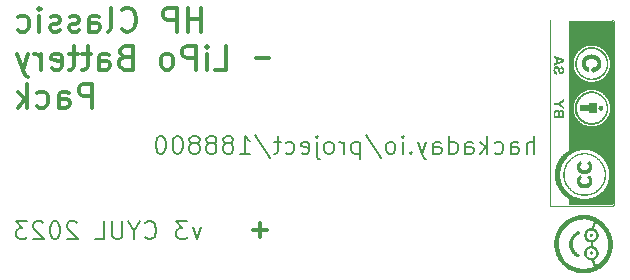
<source format=gbr>
%TF.GenerationSoftware,KiCad,Pcbnew,6.0.10-86aedd382b~118~ubuntu22.04.1*%
%TF.CreationDate,2023-02-04T11:12:36-05:00*%
%TF.ProjectId,HP Classic V3,48502043-6c61-4737-9369-632056332e6b,V3.1*%
%TF.SameCoordinates,Original*%
%TF.FileFunction,Legend,Bot*%
%TF.FilePolarity,Positive*%
%FSLAX46Y46*%
G04 Gerber Fmt 4.6, Leading zero omitted, Abs format (unit mm)*
G04 Created by KiCad (PCBNEW 6.0.10-86aedd382b~118~ubuntu22.04.1) date 2023-02-04 11:12:36*
%MOMM*%
%LPD*%
G01*
G04 APERTURE LIST*
%ADD10C,0.300000*%
%ADD11C,0.000000*%
%ADD12C,0.200000*%
%ADD13C,0.150000*%
G04 APERTURE END LIST*
D10*
X24571428Y30892857D02*
X23428571Y30892857D01*
X24371428Y16342857D02*
X23228571Y16342857D01*
X23800000Y15771428D02*
X23800000Y16914285D01*
D11*
G36*
X51866803Y16043811D02*
G01*
X51873572Y16043310D01*
X51880284Y16042478D01*
X51886928Y16041321D01*
X51893491Y16039842D01*
X51899963Y16038048D01*
X51906333Y16035942D01*
X51912588Y16033529D01*
X51918719Y16030814D01*
X51924713Y16027801D01*
X51930559Y16024496D01*
X51936247Y16020902D01*
X51941764Y16017025D01*
X51947100Y16012868D01*
X51952243Y16008438D01*
X51957182Y16003738D01*
X51961882Y15998799D01*
X51966312Y15993656D01*
X51970468Y15988321D01*
X51974346Y15982803D01*
X51977939Y15977116D01*
X51981245Y15971269D01*
X51984258Y15965275D01*
X51986973Y15959145D01*
X51989386Y15952889D01*
X51991492Y15946520D01*
X51993286Y15940048D01*
X51994765Y15933484D01*
X51995922Y15926841D01*
X51996754Y15920129D01*
X51997255Y15913359D01*
X51997421Y15906544D01*
X51997251Y15899732D01*
X51996746Y15892965D01*
X51995911Y15886255D01*
X51994751Y15879615D01*
X51993270Y15873055D01*
X51991474Y15866586D01*
X51989365Y15860220D01*
X51986951Y15853967D01*
X51984234Y15847840D01*
X51981220Y15841849D01*
X51977913Y15836006D01*
X51974319Y15830322D01*
X51970441Y15824808D01*
X51966284Y15819476D01*
X51961854Y15814336D01*
X51957154Y15809400D01*
X51952216Y15804704D01*
X51947074Y15800276D01*
X51941739Y15796123D01*
X51936223Y15792248D01*
X51930536Y15788657D01*
X51924692Y15785354D01*
X51918699Y15782343D01*
X51912570Y15779630D01*
X51906317Y15777218D01*
X51899949Y15775114D01*
X51893479Y15773321D01*
X51886918Y15771844D01*
X51880277Y15770687D01*
X51873567Y15769856D01*
X51866800Y15769355D01*
X51859987Y15769188D01*
X51852922Y15769367D01*
X51845949Y15769897D01*
X51839078Y15770770D01*
X51832316Y15771978D01*
X51825673Y15773511D01*
X51819157Y15775361D01*
X51812777Y15777520D01*
X51806541Y15779978D01*
X51800458Y15782728D01*
X51794537Y15785761D01*
X51788786Y15789067D01*
X51783214Y15792639D01*
X51777829Y15796467D01*
X51772641Y15800544D01*
X51767657Y15804860D01*
X51762887Y15809406D01*
X51758338Y15814175D01*
X51754021Y15819158D01*
X51749943Y15824346D01*
X51746112Y15829730D01*
X51742539Y15835301D01*
X51739230Y15841052D01*
X51736195Y15846974D01*
X51733443Y15853057D01*
X51730982Y15859293D01*
X51728821Y15865674D01*
X51726968Y15872191D01*
X51725432Y15878836D01*
X51724221Y15885599D01*
X51723345Y15892472D01*
X51722812Y15899447D01*
X51722630Y15906515D01*
X51722797Y15913333D01*
X51723298Y15920105D01*
X51724130Y15926819D01*
X51725286Y15933463D01*
X51726763Y15940027D01*
X51728556Y15946499D01*
X51730661Y15952868D01*
X51733072Y15959124D01*
X51735785Y15965254D01*
X51738796Y15971247D01*
X51742099Y15977092D01*
X51745690Y15982779D01*
X51749565Y15988295D01*
X51753718Y15993630D01*
X51758146Y15998772D01*
X51762843Y16003711D01*
X51767779Y16008410D01*
X51772918Y16012841D01*
X51778251Y16016997D01*
X51783765Y16020875D01*
X51789449Y16024469D01*
X51795292Y16027776D01*
X51801283Y16030790D01*
X51807410Y16033507D01*
X51813662Y16035921D01*
X51820028Y16038030D01*
X51826497Y16039826D01*
X51833058Y16041307D01*
X51839698Y16042468D01*
X51846407Y16043303D01*
X51853174Y16043808D01*
X51859987Y16043978D01*
X51866803Y16043811D01*
G37*
G36*
X51870147Y25252519D02*
G01*
X51797046Y25254367D01*
X51724905Y25259854D01*
X51653812Y25268888D01*
X51583858Y25281382D01*
X51515131Y25297246D01*
X51447720Y25316391D01*
X51381716Y25338727D01*
X51317207Y25364165D01*
X51254282Y25392616D01*
X51193031Y25423990D01*
X51133543Y25458199D01*
X51075907Y25495153D01*
X51020212Y25534762D01*
X50966548Y25576938D01*
X50915004Y25621592D01*
X50865670Y25668633D01*
X50818634Y25717973D01*
X50773985Y25769523D01*
X50731814Y25823193D01*
X50692209Y25878894D01*
X50655259Y25936536D01*
X50621054Y25996031D01*
X50589683Y26057289D01*
X50561235Y26120221D01*
X50535800Y26184737D01*
X50513467Y26250749D01*
X50494324Y26318167D01*
X50478462Y26386902D01*
X50465970Y26456864D01*
X50456936Y26527965D01*
X50451450Y26600114D01*
X50449602Y26673224D01*
X50449608Y26673447D01*
X50647521Y26673447D01*
X50648974Y26609680D01*
X50653332Y26547024D01*
X50660594Y26485479D01*
X50670763Y26425044D01*
X50683837Y26365719D01*
X50699817Y26307506D01*
X50718703Y26250403D01*
X50740496Y26194411D01*
X50765194Y26139530D01*
X50792800Y26085760D01*
X50823312Y26033102D01*
X50856731Y25981555D01*
X50893058Y25931119D01*
X50932292Y25881795D01*
X50974433Y25833583D01*
X51019483Y25786482D01*
X51066513Y25741358D01*
X51114623Y25699149D01*
X51163811Y25659852D01*
X51214078Y25623470D01*
X51265423Y25589999D01*
X51317849Y25559442D01*
X51371353Y25531796D01*
X51425936Y25507062D01*
X51481599Y25485239D01*
X51538342Y25466328D01*
X51596164Y25450327D01*
X51655066Y25437235D01*
X51715047Y25427054D01*
X51776108Y25419782D01*
X51838250Y25415420D01*
X51901471Y25413965D01*
X51964711Y25415435D01*
X52026933Y25419845D01*
X52088136Y25427195D01*
X52148320Y25437484D01*
X52207487Y25450714D01*
X52265634Y25466883D01*
X52322764Y25485992D01*
X52378875Y25508041D01*
X52433967Y25533030D01*
X52488041Y25560959D01*
X52541097Y25591827D01*
X52593134Y25625636D01*
X52644152Y25662384D01*
X52694152Y25702072D01*
X52743134Y25744701D01*
X52791097Y25790269D01*
X52835681Y25836023D01*
X52877388Y25883038D01*
X52916219Y25931314D01*
X52952174Y25980849D01*
X52985252Y26031644D01*
X53015453Y26083698D01*
X53042779Y26137012D01*
X53067228Y26191584D01*
X53088801Y26247415D01*
X53107497Y26304504D01*
X53123317Y26362851D01*
X53136261Y26422456D01*
X53146328Y26483318D01*
X53153519Y26545438D01*
X53157833Y26608814D01*
X53159271Y26673447D01*
X53157833Y26738117D01*
X53153519Y26801556D01*
X53146328Y26863764D01*
X53136261Y26924742D01*
X53123317Y26984489D01*
X53107497Y27043005D01*
X53088801Y27100291D01*
X53067228Y27156345D01*
X53042779Y27211170D01*
X53015453Y27264763D01*
X52985252Y27317125D01*
X52952174Y27368257D01*
X52916219Y27418158D01*
X52877388Y27466829D01*
X52835681Y27514268D01*
X52791097Y27560477D01*
X52744938Y27605135D01*
X52697519Y27646911D01*
X52648840Y27685804D01*
X52598901Y27721815D01*
X52547703Y27754944D01*
X52495245Y27785191D01*
X52441528Y27812557D01*
X52386553Y27837041D01*
X52330319Y27858644D01*
X52272827Y27877366D01*
X52214077Y27893207D01*
X52154070Y27906167D01*
X52092805Y27916248D01*
X52030284Y27923447D01*
X51966506Y27927767D01*
X51901471Y27929207D01*
X51836029Y27927797D01*
X51771993Y27923568D01*
X51709363Y27916518D01*
X51648138Y27906649D01*
X51588321Y27893959D01*
X51529910Y27878449D01*
X51472907Y27860118D01*
X51417311Y27838966D01*
X51363124Y27814994D01*
X51310345Y27788200D01*
X51258975Y27758584D01*
X51209014Y27726148D01*
X51160462Y27690889D01*
X51113321Y27652808D01*
X51067590Y27611905D01*
X51023270Y27568180D01*
X50977765Y27520136D01*
X50935198Y27471041D01*
X50895566Y27420896D01*
X50858871Y27369701D01*
X50825112Y27317456D01*
X50794289Y27264161D01*
X50766402Y27209815D01*
X50741451Y27154419D01*
X50719435Y27097974D01*
X50700356Y27040477D01*
X50684211Y26981931D01*
X50671003Y26922335D01*
X50660730Y26861688D01*
X50653392Y26799991D01*
X50648989Y26737244D01*
X50647521Y26673447D01*
X50449608Y26673447D01*
X50451450Y26746333D01*
X50456936Y26818483D01*
X50465970Y26889583D01*
X50478462Y26959546D01*
X50494324Y27028281D01*
X50513467Y27095699D01*
X50535800Y27161710D01*
X50561235Y27226227D01*
X50589683Y27289159D01*
X50621054Y27350417D01*
X50655259Y27409912D01*
X50692209Y27467554D01*
X50731814Y27523255D01*
X50773985Y27576925D01*
X50818634Y27628475D01*
X50865670Y27677815D01*
X50915004Y27724856D01*
X50966548Y27769510D01*
X51020212Y27811686D01*
X51075907Y27851296D01*
X51133543Y27888249D01*
X51193031Y27922458D01*
X51254282Y27953833D01*
X51317207Y27982283D01*
X51381716Y28007722D01*
X51447720Y28030057D01*
X51515131Y28049202D01*
X51583858Y28065066D01*
X51653812Y28077560D01*
X51724905Y28086594D01*
X51797046Y28092081D01*
X51870147Y28093929D01*
X51943249Y28092081D01*
X52015390Y28086594D01*
X52086483Y28077560D01*
X52156437Y28065066D01*
X52225164Y28049202D01*
X52292574Y28030057D01*
X52358579Y28007722D01*
X52423088Y27982283D01*
X52486013Y27953833D01*
X52547264Y27922458D01*
X52606752Y27888249D01*
X52664389Y27851296D01*
X52720083Y27811686D01*
X52773747Y27769510D01*
X52825291Y27724856D01*
X52874626Y27677815D01*
X52921662Y27628475D01*
X52966310Y27576925D01*
X53008482Y27523255D01*
X53048087Y27467554D01*
X53085037Y27409912D01*
X53119242Y27350417D01*
X53150613Y27289159D01*
X53179060Y27226227D01*
X53204496Y27161710D01*
X53226829Y27095699D01*
X53245972Y27028281D01*
X53261834Y26959546D01*
X53274326Y26889583D01*
X53283360Y26818483D01*
X53288846Y26746333D01*
X53290694Y26673224D01*
X53288846Y26600114D01*
X53283360Y26527965D01*
X53274326Y26456864D01*
X53261834Y26386902D01*
X53245972Y26318167D01*
X53226829Y26250749D01*
X53204496Y26184737D01*
X53179060Y26120221D01*
X53150613Y26057289D01*
X53119242Y25996031D01*
X53085037Y25936536D01*
X53048087Y25878894D01*
X53008482Y25823193D01*
X52966310Y25769523D01*
X52921662Y25717973D01*
X52874626Y25668633D01*
X52825291Y25621592D01*
X52773747Y25576938D01*
X52720083Y25534762D01*
X52664389Y25495153D01*
X52606752Y25458199D01*
X52547264Y25423990D01*
X52486013Y25392616D01*
X52423088Y25364165D01*
X52358579Y25338727D01*
X52292574Y25316391D01*
X52225164Y25297246D01*
X52156437Y25281382D01*
X52086483Y25268888D01*
X52015390Y25259854D01*
X51943249Y25254367D01*
X51901471Y25253311D01*
X51870147Y25252519D01*
G37*
G36*
X50949367Y12694745D02*
G01*
X50817569Y12711000D01*
X50688826Y12733492D01*
X50563234Y12762052D01*
X50440894Y12796509D01*
X50321904Y12836694D01*
X50206362Y12882437D01*
X50094368Y12933568D01*
X49986018Y12989917D01*
X49881413Y13051315D01*
X49780650Y13117593D01*
X49683829Y13188579D01*
X49591047Y13264105D01*
X49502403Y13344000D01*
X49417997Y13428095D01*
X49337926Y13516221D01*
X49262289Y13608206D01*
X49191184Y13703883D01*
X49124710Y13803080D01*
X49062967Y13905628D01*
X49006051Y14011358D01*
X48954062Y14120099D01*
X48907099Y14231682D01*
X48865259Y14345937D01*
X48828642Y14462694D01*
X48797346Y14581783D01*
X48771470Y14703036D01*
X48751112Y14826281D01*
X48736370Y14951350D01*
X48727344Y15078072D01*
X48724373Y15196665D01*
X49105891Y15196665D01*
X49110765Y15056669D01*
X49123923Y14919361D01*
X49145109Y14784984D01*
X49174069Y14653785D01*
X49210547Y14526009D01*
X49254287Y14401901D01*
X49305034Y14281706D01*
X49362533Y14165669D01*
X49426528Y14054036D01*
X49496764Y13947051D01*
X49572986Y13844960D01*
X49654938Y13748008D01*
X49742365Y13656440D01*
X49835012Y13570501D01*
X49932623Y13490437D01*
X50034943Y13416492D01*
X50141716Y13348912D01*
X50252687Y13287942D01*
X50367601Y13233827D01*
X50486202Y13186812D01*
X50608236Y13147143D01*
X50733446Y13115064D01*
X50861577Y13090821D01*
X50992374Y13074659D01*
X51125582Y13066823D01*
X51260945Y13067559D01*
X51398207Y13077111D01*
X51537115Y13095724D01*
X51677411Y13123645D01*
X51818841Y13161117D01*
X51961149Y13208386D01*
X52104080Y13265698D01*
X52036041Y13419689D01*
X51984867Y13533908D01*
X51936307Y13638995D01*
X51876109Y13765590D01*
X51850737Y13768937D01*
X51801257Y13775464D01*
X51731217Y13790889D01*
X51665979Y13811492D01*
X51605531Y13836898D01*
X51549864Y13866736D01*
X51498967Y13900632D01*
X51452831Y13938212D01*
X51411444Y13979103D01*
X51374796Y14022932D01*
X51342877Y14069326D01*
X51315676Y14117911D01*
X51293183Y14168315D01*
X51275388Y14220164D01*
X51262281Y14273084D01*
X51253850Y14326703D01*
X51250086Y14380647D01*
X51250453Y14402838D01*
X51463033Y14402838D01*
X51463655Y14349359D01*
X51468797Y14299495D01*
X51478167Y14253222D01*
X51491468Y14210518D01*
X51508408Y14171358D01*
X51528692Y14135718D01*
X51552025Y14103576D01*
X51578115Y14074906D01*
X51606666Y14049685D01*
X51637384Y14027890D01*
X51669976Y14009497D01*
X51704147Y13994482D01*
X51739602Y13982821D01*
X51776049Y13974491D01*
X51813192Y13969467D01*
X51850737Y13967727D01*
X51888391Y13969246D01*
X51925859Y13974001D01*
X51962846Y13981968D01*
X51999060Y13993123D01*
X52034205Y14007443D01*
X52067988Y14024903D01*
X52100114Y14045480D01*
X52130290Y14069151D01*
X52158220Y14095891D01*
X52183611Y14125677D01*
X52206169Y14158485D01*
X52225599Y14194291D01*
X52241608Y14233072D01*
X52253901Y14274804D01*
X52262184Y14319463D01*
X52266163Y14367026D01*
X52266348Y14373131D01*
X52266466Y14379196D01*
X52266511Y14385222D01*
X52266474Y14391211D01*
X52263629Y14437022D01*
X52256542Y14480379D01*
X52245494Y14521232D01*
X52230766Y14559534D01*
X52212638Y14595237D01*
X52191391Y14628295D01*
X52167304Y14658658D01*
X52140660Y14686280D01*
X52111738Y14711113D01*
X52080818Y14733109D01*
X52048182Y14752221D01*
X52014109Y14768400D01*
X51978881Y14781600D01*
X51942777Y14791772D01*
X51906079Y14798869D01*
X51869066Y14802843D01*
X51864598Y14802940D01*
X51832020Y14803647D01*
X51795221Y14801232D01*
X51758949Y14795552D01*
X51723485Y14786558D01*
X51689109Y14774204D01*
X51656102Y14758440D01*
X51624744Y14739220D01*
X51595316Y14716496D01*
X51568099Y14690221D01*
X51543373Y14660345D01*
X51521418Y14626823D01*
X51502515Y14589606D01*
X51486944Y14548647D01*
X51474987Y14503897D01*
X51466923Y14455310D01*
X51463033Y14402838D01*
X51250453Y14402838D01*
X51250977Y14434543D01*
X51256515Y14488018D01*
X51266688Y14540699D01*
X51281486Y14592212D01*
X51300899Y14642184D01*
X51324916Y14690241D01*
X51353527Y14736012D01*
X51386721Y14779121D01*
X51424489Y14819197D01*
X51466819Y14855865D01*
X51513702Y14888753D01*
X51565126Y14917487D01*
X51621083Y14941695D01*
X51681560Y14961002D01*
X51741232Y14973888D01*
X52009202Y14973888D01*
X52056038Y14963304D01*
X52100947Y14948731D01*
X52143827Y14930403D01*
X52184577Y14908556D01*
X52223095Y14883425D01*
X52259281Y14855244D01*
X52293031Y14824250D01*
X52324246Y14790678D01*
X52352824Y14754762D01*
X52378662Y14716738D01*
X52401661Y14676841D01*
X52421717Y14635307D01*
X52438731Y14592370D01*
X52452600Y14548266D01*
X52463223Y14503230D01*
X52470499Y14457497D01*
X52474326Y14411303D01*
X52474602Y14364883D01*
X52471227Y14318471D01*
X52464099Y14272303D01*
X52453116Y14226615D01*
X52438177Y14181641D01*
X52419180Y14137617D01*
X52396025Y14094778D01*
X52368610Y14053359D01*
X52336832Y14013596D01*
X52300591Y13975723D01*
X52259786Y13939976D01*
X52214315Y13906590D01*
X52164076Y13875800D01*
X52108968Y13847842D01*
X52048890Y13822951D01*
X52247326Y13346700D01*
X52312609Y13386511D01*
X52375734Y13427940D01*
X52436705Y13470936D01*
X52495525Y13515445D01*
X52552201Y13561414D01*
X52606734Y13608791D01*
X52659130Y13657523D01*
X52709393Y13707557D01*
X52757527Y13758841D01*
X52803535Y13811321D01*
X52847423Y13864944D01*
X52889194Y13919658D01*
X52928853Y13975411D01*
X52966403Y14032148D01*
X53001849Y14089819D01*
X53035194Y14148368D01*
X53095602Y14267896D01*
X53147658Y14390308D01*
X53191397Y14515182D01*
X53226852Y14642097D01*
X53254055Y14770629D01*
X53273040Y14900356D01*
X53283840Y15030856D01*
X53286488Y15161706D01*
X53281018Y15292484D01*
X53267463Y15422767D01*
X53245855Y15552133D01*
X53216229Y15680160D01*
X53178616Y15806425D01*
X53133051Y15930506D01*
X53079567Y16051981D01*
X53018197Y16170427D01*
X52948974Y16285421D01*
X52871932Y16396541D01*
X52787103Y16503366D01*
X52694521Y16605472D01*
X52594219Y16702437D01*
X52486230Y16793839D01*
X52370588Y16879255D01*
X52247326Y16958264D01*
X52077958Y16486664D01*
X52134486Y16458030D01*
X52186351Y16426768D01*
X52233642Y16393092D01*
X52276446Y16357216D01*
X52314851Y16319356D01*
X52348944Y16279726D01*
X52378813Y16238541D01*
X52404546Y16196015D01*
X52426231Y16152362D01*
X52443954Y16107798D01*
X52457804Y16062537D01*
X52467869Y16016793D01*
X52474235Y15970782D01*
X52476992Y15924717D01*
X52476225Y15878813D01*
X52472024Y15833285D01*
X52464476Y15788348D01*
X52453668Y15744216D01*
X52439689Y15701104D01*
X52422625Y15659226D01*
X52402564Y15618797D01*
X52379595Y15580031D01*
X52353804Y15543143D01*
X52325280Y15508348D01*
X52294111Y15475861D01*
X52260382Y15445895D01*
X52224184Y15418666D01*
X52185602Y15394387D01*
X52144726Y15373275D01*
X52101642Y15355542D01*
X52056438Y15341404D01*
X52009202Y15331076D01*
X52009202Y14973888D01*
X51741232Y14973888D01*
X51746548Y14975036D01*
X51816037Y14983423D01*
X51818672Y15304720D01*
X51749830Y15312715D01*
X51685480Y15326871D01*
X51625633Y15346765D01*
X51570299Y15371973D01*
X51519491Y15402071D01*
X51473218Y15436636D01*
X51431492Y15475242D01*
X51394325Y15517468D01*
X51361726Y15562888D01*
X51333708Y15611078D01*
X51310280Y15661616D01*
X51291455Y15714076D01*
X51277243Y15768036D01*
X51267656Y15823071D01*
X51262704Y15878757D01*
X51262471Y15921350D01*
X51465360Y15921350D01*
X51467339Y15872306D01*
X51473746Y15826205D01*
X51484287Y15783062D01*
X51498671Y15742895D01*
X51516606Y15705721D01*
X51537798Y15671557D01*
X51561956Y15640420D01*
X51588787Y15612328D01*
X51617999Y15587297D01*
X51649300Y15565344D01*
X51682397Y15546487D01*
X51716999Y15530742D01*
X51752812Y15518127D01*
X51789544Y15508659D01*
X51826903Y15502354D01*
X51864598Y15499230D01*
X51902334Y15499304D01*
X51939821Y15502593D01*
X51976765Y15509114D01*
X52012875Y15518884D01*
X52047858Y15531920D01*
X52081421Y15548240D01*
X52113273Y15567860D01*
X52143122Y15590797D01*
X52170674Y15617069D01*
X52195637Y15646692D01*
X52217720Y15679684D01*
X52236629Y15716061D01*
X52252073Y15755842D01*
X52263759Y15799042D01*
X52271395Y15845679D01*
X52274689Y15895770D01*
X52273339Y15946008D01*
X52267441Y15993073D01*
X52257293Y16036963D01*
X52243198Y16077677D01*
X52225455Y16115213D01*
X52204364Y16149569D01*
X52180226Y16180745D01*
X52153342Y16208737D01*
X52124012Y16233544D01*
X52092537Y16255166D01*
X52059216Y16273599D01*
X52024351Y16288843D01*
X51988242Y16300896D01*
X51951188Y16309756D01*
X51913492Y16315421D01*
X51875453Y16317890D01*
X51837371Y16317161D01*
X51799547Y16313233D01*
X51762282Y16306103D01*
X51725875Y16295770D01*
X51690629Y16282233D01*
X51656841Y16265490D01*
X51624815Y16245539D01*
X51594849Y16222378D01*
X51567244Y16196006D01*
X51542300Y16166422D01*
X51520319Y16133622D01*
X51501601Y16097607D01*
X51486445Y16058373D01*
X51475153Y16015921D01*
X51468024Y15970247D01*
X51465360Y15921350D01*
X51262471Y15921350D01*
X51262398Y15934670D01*
X51266750Y15990387D01*
X51275770Y16045484D01*
X51289470Y16099537D01*
X51307860Y16152122D01*
X51330952Y16202814D01*
X51358757Y16251191D01*
X51391285Y16296828D01*
X51428549Y16339302D01*
X51470558Y16378188D01*
X51517324Y16413063D01*
X51568858Y16443503D01*
X51625171Y16469083D01*
X51686274Y16489381D01*
X51752179Y16503972D01*
X51822895Y16512432D01*
X51898435Y16514337D01*
X52085321Y17046243D01*
X51962299Y17100906D01*
X51837404Y17146340D01*
X51711016Y17182742D01*
X51583516Y17210309D01*
X51455284Y17229239D01*
X51326701Y17239729D01*
X51198146Y17241977D01*
X51069999Y17236179D01*
X50942642Y17222534D01*
X50816455Y17201238D01*
X50691817Y17172490D01*
X50569109Y17136486D01*
X50448711Y17093423D01*
X50331004Y17043500D01*
X50216367Y16986913D01*
X50105182Y16923860D01*
X49997829Y16854538D01*
X49894687Y16779145D01*
X49796137Y16697878D01*
X49702559Y16610934D01*
X49614334Y16518511D01*
X49531842Y16420805D01*
X49455463Y16318016D01*
X49385577Y16210338D01*
X49322565Y16097971D01*
X49266807Y15981112D01*
X49218684Y15859957D01*
X49178575Y15734705D01*
X49146861Y15605552D01*
X49123922Y15472697D01*
X49110138Y15336335D01*
X49105891Y15196665D01*
X48724373Y15196665D01*
X48724132Y15206277D01*
X48727197Y15334183D01*
X48736826Y15460033D01*
X48752851Y15583695D01*
X48775104Y15705039D01*
X48803416Y15823934D01*
X48837618Y15940250D01*
X48877543Y16053855D01*
X48923022Y16164620D01*
X48973887Y16272412D01*
X49029969Y16377102D01*
X49091101Y16478560D01*
X49157113Y16576653D01*
X49227838Y16671251D01*
X49303107Y16762224D01*
X49382752Y16849442D01*
X49466605Y16932772D01*
X49554497Y17012085D01*
X49646260Y17087249D01*
X49741725Y17158135D01*
X49840725Y17224611D01*
X49943091Y17286546D01*
X50048654Y17343811D01*
X50157246Y17396273D01*
X50268700Y17443803D01*
X50382846Y17486269D01*
X50499517Y17523542D01*
X50618543Y17555490D01*
X50739758Y17581982D01*
X50862991Y17602888D01*
X50988076Y17618077D01*
X51114843Y17627418D01*
X51243125Y17630781D01*
X51371904Y17627566D01*
X51498580Y17617401D01*
X51623024Y17600506D01*
X51745110Y17577097D01*
X51864709Y17547395D01*
X51981695Y17511616D01*
X52095938Y17469979D01*
X52207311Y17422702D01*
X52315688Y17370003D01*
X52420939Y17312101D01*
X52522937Y17249214D01*
X52621555Y17181560D01*
X52716664Y17109358D01*
X52808138Y17032825D01*
X52895848Y16952179D01*
X52979667Y16867640D01*
X53059466Y16779424D01*
X53135119Y16687752D01*
X53206497Y16592839D01*
X53273473Y16494906D01*
X53335919Y16394170D01*
X53393707Y16290849D01*
X53446710Y16185161D01*
X53494799Y16077325D01*
X53537848Y15967560D01*
X53575728Y15856082D01*
X53608312Y15743111D01*
X53635472Y15628864D01*
X53657081Y15513561D01*
X53673009Y15397418D01*
X53683131Y15280655D01*
X53687318Y15163489D01*
X53685558Y15046294D01*
X53677987Y14929444D01*
X53664700Y14813161D01*
X53645794Y14697665D01*
X53621363Y14583178D01*
X53591503Y14469922D01*
X53556308Y14358117D01*
X53515875Y14247984D01*
X53470299Y14139745D01*
X53419674Y14033621D01*
X53364097Y13929833D01*
X53303662Y13828602D01*
X53238466Y13730149D01*
X53168602Y13634696D01*
X53094167Y13542464D01*
X53015257Y13453674D01*
X52931965Y13368547D01*
X52844388Y13287304D01*
X52752621Y13210167D01*
X52656759Y13137357D01*
X52556898Y13069094D01*
X52453133Y13005601D01*
X52345559Y12947097D01*
X52247326Y12900057D01*
X52234272Y12893806D01*
X52119367Y12845946D01*
X52000939Y12803741D01*
X51879083Y12767410D01*
X51753896Y12737176D01*
X51625471Y12713259D01*
X51493906Y12695881D01*
X51359294Y12685262D01*
X51221732Y12681625D01*
X51125582Y12683911D01*
X51084121Y12684897D01*
X50949367Y12694745D01*
G37*
G36*
X49981712Y18997089D02*
G01*
X49848729Y19076396D01*
X49721589Y19164019D01*
X49600669Y19259585D01*
X49486348Y19362717D01*
X49379003Y19473040D01*
X49279010Y19590177D01*
X49186749Y19713754D01*
X49102597Y19843395D01*
X49026930Y19978723D01*
X48960128Y20119364D01*
X48902566Y20264941D01*
X48854624Y20415079D01*
X48816678Y20569403D01*
X48789107Y20727536D01*
X48772287Y20889103D01*
X48766658Y21051926D01*
X49224438Y21051926D01*
X49226822Y20947445D01*
X49233973Y20844782D01*
X49245892Y20743936D01*
X49262580Y20644909D01*
X49284036Y20547699D01*
X49310260Y20452309D01*
X49341254Y20358736D01*
X49377017Y20266983D01*
X49417550Y20177049D01*
X49462852Y20088933D01*
X49512925Y20002638D01*
X49567768Y19918162D01*
X49627382Y19835505D01*
X49691767Y19754669D01*
X49760924Y19675653D01*
X49834852Y19598457D01*
X49912071Y19524543D01*
X49991150Y19455397D01*
X50072089Y19391021D01*
X50154887Y19331415D01*
X50239545Y19276577D01*
X50326063Y19226509D01*
X50414441Y19181209D01*
X50504679Y19140679D01*
X50596777Y19104917D01*
X50690735Y19073923D01*
X50786554Y19047699D01*
X50884233Y19026242D01*
X50983773Y19009554D01*
X51085174Y18997634D01*
X51188435Y18990482D01*
X51293558Y18988098D01*
X51398709Y18990482D01*
X51502083Y18997634D01*
X51603678Y19009554D01*
X51703496Y19026242D01*
X51801535Y19047699D01*
X51897797Y19073923D01*
X51992281Y19104917D01*
X52084988Y19140679D01*
X52175917Y19181209D01*
X52265069Y19226509D01*
X52352444Y19276577D01*
X52438041Y19331415D01*
X52521861Y19391021D01*
X52603904Y19455397D01*
X52684171Y19524543D01*
X52762660Y19598457D01*
X52835329Y19673837D01*
X52903307Y19751279D01*
X52966595Y19830783D01*
X53025194Y19912350D01*
X53079103Y19995978D01*
X53128323Y20081668D01*
X53172854Y20169420D01*
X53212696Y20259233D01*
X53247850Y20351107D01*
X53278315Y20445043D01*
X53304093Y20541039D01*
X53325184Y20639096D01*
X53341587Y20739213D01*
X53353303Y20841390D01*
X53360333Y20945628D01*
X53362676Y21051926D01*
X53360333Y21159502D01*
X53353303Y21264974D01*
X53341587Y21368341D01*
X53325184Y21469605D01*
X53304093Y21568765D01*
X53278315Y21665823D01*
X53247850Y21760777D01*
X53212696Y21853630D01*
X53172854Y21944380D01*
X53128323Y22033029D01*
X53079103Y22119577D01*
X53025194Y22204024D01*
X52966595Y22286370D01*
X52903307Y22366617D01*
X52835329Y22444764D01*
X52762660Y22520812D01*
X52686606Y22593467D01*
X52608450Y22661436D01*
X52528190Y22724717D01*
X52445828Y22783312D01*
X52361364Y22837219D01*
X52274798Y22886440D01*
X52186130Y22930973D01*
X52095360Y22970819D01*
X52002488Y23005977D01*
X51907515Y23036449D01*
X51901471Y23038054D01*
X51810441Y23062232D01*
X51711265Y23083328D01*
X51609989Y23099736D01*
X51506612Y23111456D01*
X51401135Y23118488D01*
X51293558Y23120832D01*
X51186030Y23118529D01*
X51080728Y23111618D01*
X50977650Y23100101D01*
X50876796Y23083976D01*
X50778167Y23063245D01*
X50681761Y23037907D01*
X50587580Y23007962D01*
X50495622Y22973410D01*
X50405887Y22934251D01*
X50318376Y22890485D01*
X50233088Y22842113D01*
X50150023Y22789133D01*
X50069181Y22731547D01*
X49990562Y22669354D01*
X49914164Y22602554D01*
X49839990Y22531148D01*
X49765443Y22452034D01*
X49695707Y22371143D01*
X49630782Y22288473D01*
X49570667Y22204024D01*
X49515363Y22117797D01*
X49464868Y22029792D01*
X49419184Y21940008D01*
X49378309Y21848446D01*
X49342244Y21755106D01*
X49310988Y21659987D01*
X49284542Y21563089D01*
X49262904Y21464413D01*
X49246075Y21363959D01*
X49234054Y21261726D01*
X49226842Y21157715D01*
X49224438Y21051926D01*
X48766658Y21051926D01*
X48766596Y21053728D01*
X48768028Y21136365D01*
X48772292Y21218288D01*
X48779340Y21299450D01*
X48789125Y21379802D01*
X48801600Y21459300D01*
X48816717Y21537894D01*
X48834428Y21615540D01*
X48854687Y21692188D01*
X48877446Y21767793D01*
X48902657Y21842306D01*
X48930273Y21915682D01*
X48960246Y21987873D01*
X48992530Y22058832D01*
X49027076Y22128512D01*
X49063837Y22196865D01*
X49102765Y22263846D01*
X49143814Y22329406D01*
X49186936Y22393499D01*
X49232083Y22456077D01*
X49279208Y22517094D01*
X49328264Y22576502D01*
X49379202Y22634255D01*
X49431976Y22690305D01*
X49486538Y22744605D01*
X49542841Y22797109D01*
X49600836Y22847768D01*
X49660478Y22896537D01*
X49721718Y22943368D01*
X49784509Y22988213D01*
X49848803Y23031027D01*
X49914553Y23071761D01*
X49981712Y23110369D01*
X49981712Y26669596D01*
X50367539Y26669596D01*
X50369307Y26592045D01*
X50374610Y26515841D01*
X50383447Y26440985D01*
X50395820Y26367475D01*
X50411728Y26295314D01*
X50431171Y26224500D01*
X50454148Y26155034D01*
X50480660Y26086918D01*
X50510706Y26020149D01*
X50544287Y25954730D01*
X50581403Y25890661D01*
X50622052Y25827941D01*
X50666236Y25766571D01*
X50713953Y25706551D01*
X50765205Y25647882D01*
X50819991Y25590563D01*
X50877245Y25535691D01*
X50935881Y25484360D01*
X50995896Y25436571D01*
X51057291Y25392322D01*
X51120066Y25351615D01*
X51184219Y25314448D01*
X51249750Y25280822D01*
X51316658Y25250737D01*
X51384944Y25224191D01*
X51454607Y25201186D01*
X51525646Y25181720D01*
X51598062Y25165794D01*
X51671852Y25153407D01*
X51747017Y25144560D01*
X51823557Y25139252D01*
X51901471Y25137482D01*
X51979414Y25139252D01*
X52056042Y25144560D01*
X52131353Y25153407D01*
X52205349Y25165794D01*
X52278028Y25181720D01*
X52349390Y25201186D01*
X52419434Y25224191D01*
X52488160Y25250737D01*
X52555568Y25280822D01*
X52621656Y25314448D01*
X52686425Y25351615D01*
X52749874Y25392322D01*
X52812003Y25436571D01*
X52872810Y25484360D01*
X52932297Y25535691D01*
X52990461Y25590563D01*
X53044336Y25646528D01*
X53094732Y25704026D01*
X53141652Y25763056D01*
X53185094Y25823617D01*
X53225059Y25885708D01*
X53261547Y25949331D01*
X53294559Y26014483D01*
X53324095Y26081164D01*
X53350155Y26149373D01*
X53372739Y26219111D01*
X53391848Y26290377D01*
X53407482Y26363169D01*
X53419642Y26437487D01*
X53428326Y26513332D01*
X53433537Y26590701D01*
X53435274Y26669596D01*
X53433537Y26749460D01*
X53428326Y26827765D01*
X53419642Y26904512D01*
X53407482Y26979699D01*
X53391848Y27053326D01*
X53372739Y27125394D01*
X53350155Y27195902D01*
X53324095Y27264850D01*
X53294559Y27332238D01*
X53261547Y27398065D01*
X53225059Y27462332D01*
X53185094Y27525037D01*
X53141652Y27586182D01*
X53094733Y27645766D01*
X53044336Y27703788D01*
X52990462Y27760249D01*
X52934093Y27814189D01*
X52876166Y27864647D01*
X52816679Y27911624D01*
X52755634Y27955120D01*
X52693030Y27995135D01*
X52628867Y28031670D01*
X52563145Y28064724D01*
X52495864Y28094298D01*
X52427023Y28120393D01*
X52356623Y28143007D01*
X52284664Y28162142D01*
X52211145Y28177797D01*
X52136067Y28189973D01*
X52059428Y28198670D01*
X51981230Y28203888D01*
X51901472Y28205628D01*
X51901406Y28205626D01*
X51821758Y28203918D01*
X51743691Y28198790D01*
X51667272Y28190243D01*
X51592501Y28178277D01*
X51519378Y28162890D01*
X51447905Y28144083D01*
X51378080Y28121856D01*
X51309904Y28096208D01*
X51243378Y28067139D01*
X51178502Y28034647D01*
X51115276Y27998734D01*
X51053700Y27959399D01*
X50993775Y27916640D01*
X50935500Y27870459D01*
X50878877Y27820854D01*
X50823906Y27767825D01*
X50768632Y27709100D01*
X50716927Y27649051D01*
X50668789Y27587679D01*
X50624219Y27524984D01*
X50583216Y27460966D01*
X50545779Y27395626D01*
X50511910Y27328965D01*
X50481607Y27260982D01*
X50454870Y27191678D01*
X50431699Y27121054D01*
X50412093Y27049109D01*
X50396053Y26975845D01*
X50383578Y26901261D01*
X50374667Y26825358D01*
X50369321Y26748136D01*
X50367539Y26669596D01*
X49981712Y26669596D01*
X49981712Y30428011D01*
X50367474Y30428011D01*
X50369241Y30350449D01*
X50374544Y30274235D01*
X50383382Y30199370D01*
X50395756Y30125854D01*
X50411664Y30053688D01*
X50431108Y29982872D01*
X50454087Y29913407D01*
X50480602Y29845292D01*
X50510652Y29778528D01*
X50544237Y29713115D01*
X50581357Y29649055D01*
X50622013Y29586347D01*
X50666204Y29524991D01*
X50713931Y29464988D01*
X50765193Y29406339D01*
X50819990Y29349043D01*
X50877232Y29294170D01*
X50935856Y29242839D01*
X50995859Y29195050D01*
X51057243Y29150801D01*
X51120008Y29110094D01*
X51184151Y29072927D01*
X51249675Y29039301D01*
X51316577Y29009215D01*
X51384858Y28982670D01*
X51454517Y28959664D01*
X51525555Y28940198D01*
X51597971Y28924272D01*
X51671764Y28911886D01*
X51746934Y28903039D01*
X51823482Y28897730D01*
X51901406Y28895961D01*
X51979359Y28897730D01*
X52055994Y28903039D01*
X52131312Y28911886D01*
X52205312Y28924272D01*
X52277994Y28940198D01*
X52349358Y28959664D01*
X52419405Y28982670D01*
X52488133Y29009215D01*
X52555544Y29039301D01*
X52621637Y29072927D01*
X52686413Y29110094D01*
X52749870Y29150801D01*
X52812010Y29195050D01*
X52872832Y29242839D01*
X52932337Y29294170D01*
X52990523Y29349043D01*
X53044376Y29405006D01*
X53094756Y29462497D01*
X53141661Y29521517D01*
X53185093Y29582067D01*
X53225050Y29644146D01*
X53261534Y29707755D01*
X53294543Y29772893D01*
X53324078Y29839562D01*
X53350138Y29907760D01*
X53372724Y29977489D01*
X53391836Y30048749D01*
X53407473Y30121539D01*
X53419635Y30195860D01*
X53428323Y30271712D01*
X53433535Y30349096D01*
X53435273Y30428011D01*
X53433535Y30507874D01*
X53428323Y30586175D01*
X53419635Y30662914D01*
X53407473Y30738093D01*
X53391836Y30811711D01*
X53372724Y30883768D01*
X53350138Y30954264D01*
X53324078Y31023200D01*
X53294543Y31090576D01*
X53261534Y31156391D01*
X53225050Y31220647D01*
X53185093Y31283343D01*
X53141661Y31344480D01*
X53094756Y31404057D01*
X53044376Y31462076D01*
X52990523Y31518535D01*
X52934141Y31572476D01*
X52876198Y31622938D01*
X52816695Y31669921D01*
X52755632Y31713426D01*
X52693009Y31753450D01*
X52628827Y31789996D01*
X52563088Y31823062D01*
X52495791Y31852648D01*
X52426936Y31878753D01*
X52356525Y31901379D01*
X52284559Y31920524D01*
X52211037Y31936189D01*
X52135960Y31948373D01*
X52059328Y31957076D01*
X51981144Y31962298D01*
X51901406Y31964039D01*
X51821702Y31962328D01*
X51743645Y31957197D01*
X51667234Y31948645D01*
X51592469Y31936673D01*
X51519352Y31921280D01*
X51447882Y31902469D01*
X51378059Y31880238D01*
X51309885Y31854589D01*
X51243358Y31825521D01*
X51178480Y31793036D01*
X51115250Y31757133D01*
X51053669Y31717812D01*
X50993738Y31675075D01*
X50935456Y31628921D01*
X50878824Y31579351D01*
X50823841Y31526365D01*
X50768578Y31467597D01*
X50716880Y31407512D01*
X50668747Y31346112D01*
X50624180Y31283396D01*
X50583178Y31219364D01*
X50545741Y31154014D01*
X50511870Y31087348D01*
X50481565Y31019364D01*
X50454825Y30950061D01*
X50431650Y30879441D01*
X50412040Y30807502D01*
X50395996Y30734243D01*
X50383518Y30659665D01*
X50374604Y30583768D01*
X50369256Y30506550D01*
X50367474Y30428011D01*
X49981712Y30428011D01*
X49981712Y34031983D01*
X53585984Y34031983D01*
X53594357Y34031771D01*
X53602622Y34031141D01*
X53610769Y34030104D01*
X53618786Y34028669D01*
X53626664Y34026847D01*
X53634392Y34024649D01*
X53641960Y34022085D01*
X53649358Y34019165D01*
X53656575Y34015899D01*
X53663601Y34012297D01*
X53670425Y34008371D01*
X53677038Y34004129D01*
X53683429Y33999584D01*
X53689588Y33994744D01*
X53695504Y33989620D01*
X53701167Y33984223D01*
X53706567Y33978562D01*
X53711693Y33972648D01*
X53716535Y33966492D01*
X53721083Y33960103D01*
X53725327Y33953493D01*
X53729255Y33946670D01*
X53732859Y33939646D01*
X53736127Y33932431D01*
X53739049Y33925034D01*
X53741615Y33917468D01*
X53743814Y33909740D01*
X53745637Y33901863D01*
X53747073Y33893846D01*
X53748111Y33885700D01*
X53748742Y33877435D01*
X53748954Y33869061D01*
X53748954Y18588494D01*
X53748742Y18580119D01*
X53748111Y18571853D01*
X53747073Y18563705D01*
X53745637Y18555685D01*
X53743814Y18547805D01*
X53741615Y18540074D01*
X53739049Y18532504D01*
X53736127Y18525103D01*
X53732859Y18517883D01*
X53729255Y18510854D01*
X53725327Y18504026D01*
X53721083Y18497409D01*
X53716535Y18491015D01*
X53711693Y18484853D01*
X53706567Y18478933D01*
X53701167Y18473266D01*
X53695504Y18467863D01*
X53689588Y18462733D01*
X53683429Y18457888D01*
X53677038Y18453336D01*
X53670425Y18449089D01*
X53663601Y18445158D01*
X53656575Y18441551D01*
X53649358Y18438281D01*
X53641960Y18435356D01*
X53634392Y18432788D01*
X53626664Y18430587D01*
X53618786Y18428762D01*
X53610769Y18427325D01*
X53602622Y18426286D01*
X53594357Y18425655D01*
X53585984Y18425443D01*
X49981712Y18425443D01*
X49981712Y18997089D01*
G37*
G36*
X51827297Y29039586D02*
G01*
X51756192Y29045053D01*
X51686124Y29054015D01*
X51617181Y29066387D01*
X51549449Y29082078D01*
X51483019Y29101002D01*
X51417976Y29123070D01*
X51354410Y29148194D01*
X51292407Y29176286D01*
X51232057Y29207258D01*
X51173447Y29241023D01*
X51116664Y29277491D01*
X51061797Y29316575D01*
X51008934Y29358186D01*
X50958162Y29402238D01*
X50909569Y29448641D01*
X50863244Y29497307D01*
X50819274Y29548150D01*
X50777747Y29601079D01*
X50738751Y29656008D01*
X50702374Y29712848D01*
X50668703Y29771512D01*
X50637828Y29831911D01*
X50609835Y29893957D01*
X50584812Y29957562D01*
X50562848Y30022638D01*
X50544031Y30089097D01*
X50528447Y30156851D01*
X50516186Y30225811D01*
X50507334Y30295891D01*
X50501981Y30367001D01*
X50500389Y30431864D01*
X50647455Y30431864D01*
X50648908Y30368097D01*
X50653267Y30305440D01*
X50660533Y30243893D01*
X50670704Y30183457D01*
X50683782Y30124132D01*
X50699764Y30065917D01*
X50718652Y30008812D01*
X50740445Y29952817D01*
X50765144Y29897933D01*
X50792746Y29844159D01*
X50823254Y29791496D01*
X50856666Y29739943D01*
X50892982Y29689500D01*
X50932202Y29640168D01*
X50974325Y29591946D01*
X51019353Y29544834D01*
X51066405Y29499733D01*
X51114532Y29457541D01*
X51163733Y29418259D01*
X51214011Y29381887D01*
X51265364Y29348424D01*
X51317794Y29317872D01*
X51371301Y29290229D01*
X51425886Y29265496D01*
X51481548Y29243672D01*
X51538289Y29224759D01*
X51596108Y29208755D01*
X51655007Y29195661D01*
X51714986Y29185477D01*
X51776045Y29178202D01*
X51838184Y29173837D01*
X51901405Y29172382D01*
X51964645Y29173852D01*
X52026869Y29178262D01*
X52088075Y29185612D01*
X52148264Y29195901D01*
X52207435Y29209131D01*
X52265588Y29225300D01*
X52322723Y29244409D01*
X52378840Y29266458D01*
X52433938Y29291447D01*
X52488017Y29319376D01*
X52541078Y29350245D01*
X52593120Y29384053D01*
X52644143Y29420801D01*
X52694146Y29460489D01*
X52743130Y29503117D01*
X52791094Y29548685D01*
X52835677Y29594428D01*
X52877383Y29641431D01*
X52916211Y29689695D01*
X52952162Y29739220D01*
X52985236Y29790006D01*
X53015432Y29842053D01*
X53042752Y29895360D01*
X53067196Y29949928D01*
X53088762Y30005757D01*
X53107453Y30062847D01*
X53123268Y30121197D01*
X53136207Y30180809D01*
X53146270Y30241681D01*
X53153457Y30303814D01*
X53157770Y30367208D01*
X53159207Y30431863D01*
X53157770Y30496532D01*
X53153457Y30559971D01*
X53146270Y30622180D01*
X53136207Y30683159D01*
X53123268Y30742908D01*
X53107453Y30801427D01*
X53088763Y30858716D01*
X53067196Y30914776D01*
X53042752Y30969607D01*
X53015433Y31023209D01*
X52985236Y31075582D01*
X52952163Y31126727D01*
X52916212Y31176643D01*
X52877384Y31225331D01*
X52835678Y31272790D01*
X52791095Y31319022D01*
X52744925Y31363635D01*
X52697498Y31405370D01*
X52648813Y31444229D01*
X52598870Y31480210D01*
X52547670Y31513314D01*
X52495211Y31543541D01*
X52441494Y31570889D01*
X52386518Y31595360D01*
X52330285Y31616953D01*
X52272793Y31635667D01*
X52214042Y31651503D01*
X52154032Y31664459D01*
X52092764Y31674537D01*
X52030237Y31681736D01*
X51966451Y31686056D01*
X51901406Y31687495D01*
X51835964Y31686087D01*
X51771929Y31681862D01*
X51709302Y31674818D01*
X51648081Y31664957D01*
X51588267Y31652277D01*
X51529860Y31636777D01*
X51472861Y31618458D01*
X51417268Y31597318D01*
X51363083Y31573357D01*
X51310306Y31546575D01*
X51258936Y31516970D01*
X51208974Y31484543D01*
X51160420Y31449292D01*
X51113273Y31411218D01*
X51067535Y31370319D01*
X51023204Y31326595D01*
X50977700Y31278551D01*
X50935132Y31229457D01*
X50895500Y31179312D01*
X50858805Y31128117D01*
X50825045Y31075872D01*
X50794222Y31022577D01*
X50766335Y30968231D01*
X50741384Y30912836D01*
X50719368Y30856390D01*
X50700289Y30798894D01*
X50684145Y30740347D01*
X50670936Y30680751D01*
X50660663Y30620104D01*
X50653325Y30558408D01*
X50648922Y30495661D01*
X50647455Y30431864D01*
X50500389Y30431864D01*
X50500213Y30439054D01*
X50502089Y30511115D01*
X50507549Y30582228D01*
X50516506Y30652303D01*
X50528871Y30721253D01*
X50544556Y30788991D01*
X50563474Y30855427D01*
X50585536Y30920475D01*
X50610654Y30984047D01*
X50638740Y31046054D01*
X50669706Y31106409D01*
X50703464Y31165024D01*
X50739927Y31221811D01*
X50779005Y31276682D01*
X50820611Y31329550D01*
X50864657Y31380326D01*
X50911054Y31428922D01*
X50959716Y31475251D01*
X51010553Y31519225D01*
X51063477Y31560755D01*
X51118402Y31599755D01*
X51175237Y31636136D01*
X51233896Y31669810D01*
X51294291Y31700690D01*
X51356333Y31728687D01*
X51419934Y31753713D01*
X51485006Y31775682D01*
X51551461Y31794504D01*
X51619212Y31810093D01*
X51688170Y31822359D01*
X51758246Y31831216D01*
X51829354Y31836576D01*
X51901405Y31838349D01*
X51903456Y31838349D01*
X51975504Y31836479D01*
X52046604Y31831024D01*
X52116668Y31822071D01*
X52185608Y31809710D01*
X52253336Y31794027D01*
X52319765Y31775111D01*
X52384805Y31753050D01*
X52448370Y31727932D01*
X52510372Y31699846D01*
X52570722Y31668879D01*
X52629332Y31635118D01*
X52686115Y31598654D01*
X52740983Y31559573D01*
X52793847Y31517963D01*
X52844620Y31473912D01*
X52893214Y31427510D01*
X52939541Y31378843D01*
X52983513Y31328000D01*
X53025042Y31275068D01*
X53064040Y31220136D01*
X53100419Y31163293D01*
X53134091Y31104625D01*
X53164969Y31044221D01*
X53192964Y30982170D01*
X53217988Y30918558D01*
X53239954Y30853475D01*
X53258774Y30787008D01*
X53274359Y30719246D01*
X53286622Y30650276D01*
X53295474Y30580186D01*
X53300829Y30509065D01*
X53302597Y30437000D01*
X53300716Y30364950D01*
X53295251Y30293848D01*
X53286291Y30223781D01*
X53273924Y30154838D01*
X53258236Y30087106D01*
X53239318Y30020674D01*
X53217256Y29955630D01*
X53192138Y29892061D01*
X53164053Y29830055D01*
X53133088Y29769701D01*
X53099332Y29711086D01*
X53062872Y29654299D01*
X53023796Y29599426D01*
X52982193Y29546557D01*
X52938150Y29495779D01*
X52891755Y29447180D01*
X52843096Y29400847D01*
X52792262Y29356870D01*
X52739340Y29315336D01*
X52684419Y29276332D01*
X52627585Y29239947D01*
X52568928Y29206269D01*
X52508535Y29175386D01*
X52446495Y29147385D01*
X52382894Y29122355D01*
X52317821Y29100383D01*
X52251365Y29081557D01*
X52183613Y29065966D01*
X52114653Y29053697D01*
X52044573Y29044839D01*
X51973461Y29039479D01*
X51901405Y29037705D01*
X51899351Y29037705D01*
X51827297Y29039586D01*
G37*
G36*
X51876330Y14530724D02*
G01*
X51883092Y14530220D01*
X51889797Y14529387D01*
X51896434Y14528228D01*
X51902991Y14526749D01*
X51909457Y14524953D01*
X51915822Y14522847D01*
X51922073Y14520433D01*
X51928199Y14517718D01*
X51934189Y14514705D01*
X51940032Y14511400D01*
X51945717Y14507807D01*
X51951231Y14503930D01*
X51956564Y14499775D01*
X51961705Y14495346D01*
X51966641Y14490647D01*
X51971339Y14485710D01*
X51975768Y14480569D01*
X51979922Y14475235D01*
X51983798Y14469720D01*
X51987391Y14464035D01*
X51990696Y14458191D01*
X51993708Y14452199D01*
X51996423Y14446071D01*
X51998835Y14439818D01*
X52000941Y14433452D01*
X52002736Y14426982D01*
X52004215Y14420422D01*
X52005373Y14413781D01*
X52006206Y14407072D01*
X52006708Y14400305D01*
X52006876Y14393492D01*
X52006876Y14393458D01*
X52006696Y14386391D01*
X52006165Y14379416D01*
X52005290Y14372542D01*
X52004081Y14365779D01*
X52002546Y14359134D01*
X52000695Y14352617D01*
X51998535Y14346235D01*
X51996075Y14339998D01*
X51993324Y14333915D01*
X51990290Y14327993D01*
X51986982Y14322241D01*
X51983410Y14316669D01*
X51979580Y14311284D01*
X51975502Y14306095D01*
X51971185Y14301112D01*
X51966638Y14296342D01*
X51961868Y14291794D01*
X51956884Y14287477D01*
X51951696Y14283399D01*
X51946311Y14279570D01*
X51940738Y14275997D01*
X51934987Y14272689D01*
X51929065Y14269655D01*
X51922981Y14266904D01*
X51916745Y14264444D01*
X51910363Y14262284D01*
X51903846Y14260432D01*
X51897201Y14258898D01*
X51890438Y14257689D01*
X51883565Y14256814D01*
X51876590Y14256282D01*
X51869522Y14256102D01*
X51862709Y14256268D01*
X51855942Y14256769D01*
X51849232Y14257601D01*
X51842591Y14258757D01*
X51836030Y14260234D01*
X51829560Y14262028D01*
X51823193Y14264132D01*
X51816939Y14266543D01*
X51810810Y14269257D01*
X51804818Y14272267D01*
X51798973Y14275570D01*
X51793287Y14279162D01*
X51787770Y14283036D01*
X51782436Y14287190D01*
X51777293Y14291617D01*
X51772355Y14296314D01*
X51767655Y14301250D01*
X51763225Y14306389D01*
X51759069Y14311722D01*
X51755191Y14317236D01*
X51751596Y14322920D01*
X51748289Y14328763D01*
X51745275Y14334754D01*
X51742559Y14340881D01*
X51740144Y14347133D01*
X51738036Y14353500D01*
X51736239Y14359968D01*
X51734758Y14366529D01*
X51733598Y14373169D01*
X51732763Y14379878D01*
X51732258Y14386645D01*
X51732088Y14393458D01*
X51732255Y14400274D01*
X51732756Y14407044D01*
X51733588Y14413756D01*
X51734746Y14420400D01*
X51736224Y14426963D01*
X51738018Y14433435D01*
X51740124Y14439805D01*
X51742537Y14446060D01*
X51745252Y14452191D01*
X51748265Y14458185D01*
X51751570Y14464031D01*
X51755164Y14469718D01*
X51759041Y14475236D01*
X51763197Y14480571D01*
X51767628Y14485714D01*
X51772328Y14490653D01*
X51777266Y14495353D01*
X51782409Y14499783D01*
X51787745Y14503939D01*
X51793262Y14507817D01*
X51798950Y14511411D01*
X51804796Y14514716D01*
X51810790Y14517729D01*
X51816921Y14520444D01*
X51823176Y14522857D01*
X51829546Y14524963D01*
X51836018Y14526757D01*
X51842581Y14528235D01*
X51849225Y14529393D01*
X51855937Y14530225D01*
X51862706Y14530726D01*
X51869522Y14530893D01*
X51876330Y14530724D01*
G37*
G36*
X50747144Y16235841D02*
G01*
X50757821Y16234706D01*
X50768044Y16232834D01*
X50777808Y16230259D01*
X50787110Y16227017D01*
X50795944Y16223141D01*
X50804308Y16218667D01*
X50812197Y16213630D01*
X50819606Y16208064D01*
X50826533Y16202004D01*
X50832972Y16195484D01*
X50838919Y16188539D01*
X50844372Y16181205D01*
X50849324Y16173515D01*
X50853773Y16165505D01*
X50857715Y16157209D01*
X50861144Y16148662D01*
X50864058Y16139899D01*
X50866452Y16130954D01*
X50868322Y16121862D01*
X50869663Y16112658D01*
X50870473Y16103377D01*
X50870746Y16094053D01*
X50870452Y16084277D01*
X50869559Y16074533D01*
X50868063Y16064861D01*
X50865960Y16055300D01*
X50863245Y16045891D01*
X50859913Y16036672D01*
X50855961Y16027685D01*
X50851382Y16018968D01*
X50846173Y16010561D01*
X50840329Y16002505D01*
X50833846Y15994839D01*
X50826719Y15987602D01*
X50818944Y15980836D01*
X50810515Y15974578D01*
X50801429Y15968870D01*
X50796638Y15966234D01*
X50791681Y15963750D01*
X50734619Y15934083D01*
X50680769Y15901189D01*
X50630178Y15865249D01*
X50582896Y15826443D01*
X50538971Y15784952D01*
X50498451Y15740958D01*
X50461385Y15694640D01*
X50427822Y15646180D01*
X50397810Y15595759D01*
X50371399Y15543558D01*
X50348635Y15489756D01*
X50329569Y15434536D01*
X50314249Y15378078D01*
X50302723Y15320563D01*
X50295041Y15262171D01*
X50291249Y15203084D01*
X50291398Y15143482D01*
X50295536Y15083547D01*
X50303711Y15023459D01*
X50315973Y14963398D01*
X50332369Y14903546D01*
X50352948Y14844084D01*
X50377758Y14785192D01*
X50406850Y14727052D01*
X50440270Y14669843D01*
X50478068Y14613748D01*
X50520292Y14558946D01*
X50566992Y14505619D01*
X50618214Y14453947D01*
X50674009Y14404112D01*
X50734424Y14356293D01*
X50799509Y14310673D01*
X50813424Y14300606D01*
X50825563Y14290000D01*
X50835989Y14278925D01*
X50844763Y14267452D01*
X50851946Y14255651D01*
X50857600Y14243593D01*
X50861788Y14231348D01*
X50864570Y14218987D01*
X50866009Y14206580D01*
X50866166Y14194199D01*
X50865102Y14181913D01*
X50862880Y14169794D01*
X50859561Y14157911D01*
X50855207Y14146335D01*
X50849880Y14135138D01*
X50843640Y14124389D01*
X50836550Y14114160D01*
X50828672Y14104520D01*
X50820067Y14095540D01*
X50810798Y14087291D01*
X50800924Y14079843D01*
X50790509Y14073268D01*
X50779614Y14067635D01*
X50768301Y14063015D01*
X50756631Y14059479D01*
X50744666Y14057097D01*
X50732467Y14055940D01*
X50720097Y14056078D01*
X50707618Y14057583D01*
X50695090Y14060524D01*
X50682575Y14064972D01*
X50670136Y14070998D01*
X50584835Y14121506D01*
X50505382Y14175396D01*
X50431732Y14232435D01*
X50363840Y14292386D01*
X50301660Y14355015D01*
X50245147Y14420086D01*
X50194255Y14487364D01*
X50148940Y14556615D01*
X50109155Y14627603D01*
X50074855Y14700092D01*
X50045996Y14773849D01*
X50022531Y14848638D01*
X50004416Y14924223D01*
X49991604Y15000370D01*
X49984052Y15076843D01*
X49981712Y15153407D01*
X49984540Y15229828D01*
X49992491Y15305870D01*
X50005519Y15381297D01*
X50023579Y15455876D01*
X50046625Y15529370D01*
X50074612Y15601546D01*
X50107495Y15672166D01*
X50145228Y15740997D01*
X50187766Y15807804D01*
X50235064Y15872350D01*
X50287076Y15934402D01*
X50343757Y15993723D01*
X50405062Y16050080D01*
X50470945Y16103236D01*
X50541361Y16152957D01*
X50616264Y16199008D01*
X50631263Y16207154D01*
X50645848Y16214216D01*
X50660015Y16220229D01*
X50673761Y16225226D01*
X50687080Y16229243D01*
X50699969Y16232315D01*
X50712424Y16234476D01*
X50724441Y16235761D01*
X50736016Y16236204D01*
X50747144Y16235841D01*
G37*
G36*
X52688529Y26885907D02*
G01*
X52699426Y26885079D01*
X52710164Y26883714D01*
X52720731Y26881827D01*
X52731112Y26879431D01*
X52741295Y26876539D01*
X52751265Y26873165D01*
X52761009Y26869322D01*
X52770514Y26865025D01*
X52779766Y26860286D01*
X52788752Y26855118D01*
X52797458Y26849536D01*
X52805870Y26843553D01*
X52813976Y26837182D01*
X52821762Y26830437D01*
X52829214Y26823332D01*
X52836319Y26815879D01*
X52843063Y26808092D01*
X52849433Y26799985D01*
X52855416Y26791571D01*
X52860997Y26782864D01*
X52866164Y26773878D01*
X52870902Y26764624D01*
X52875200Y26755118D01*
X52879042Y26745373D01*
X52882415Y26735402D01*
X52885307Y26725218D01*
X52887703Y26714836D01*
X52889590Y26704268D01*
X52890954Y26693528D01*
X52891783Y26682629D01*
X52892062Y26671586D01*
X52891783Y26660543D01*
X52890954Y26649645D01*
X52889590Y26638905D01*
X52887703Y26628337D01*
X52885307Y26617955D01*
X52882415Y26607771D01*
X52879042Y26597800D01*
X52875200Y26588055D01*
X52870902Y26578549D01*
X52866164Y26569296D01*
X52860997Y26560309D01*
X52855416Y26551602D01*
X52849433Y26543188D01*
X52843063Y26535081D01*
X52836319Y26527294D01*
X52829214Y26519841D01*
X52821762Y26512736D01*
X52813976Y26505990D01*
X52805870Y26499620D01*
X52797458Y26493636D01*
X52788752Y26488054D01*
X52779766Y26482887D01*
X52770514Y26478148D01*
X52761009Y26473850D01*
X52751265Y26470008D01*
X52741295Y26466634D01*
X52731112Y26463742D01*
X52720731Y26461346D01*
X52710164Y26459458D01*
X52699426Y26458094D01*
X52688529Y26457265D01*
X52677487Y26456986D01*
X52666445Y26457265D01*
X52655548Y26458094D01*
X52644809Y26459458D01*
X52634242Y26461346D01*
X52623861Y26463742D01*
X52613679Y26466634D01*
X52603709Y26470008D01*
X52593964Y26473850D01*
X52584460Y26478148D01*
X52575208Y26482887D01*
X52566222Y26488054D01*
X52557516Y26493636D01*
X52549103Y26499620D01*
X52540997Y26505990D01*
X52533212Y26512736D01*
X52525760Y26519841D01*
X52518655Y26527294D01*
X52511911Y26535081D01*
X52505541Y26543188D01*
X52499558Y26551602D01*
X52493977Y26560309D01*
X52488810Y26569296D01*
X52484072Y26578549D01*
X52479775Y26588055D01*
X52475933Y26597800D01*
X52472559Y26607771D01*
X52469668Y26617955D01*
X52467272Y26628337D01*
X52465385Y26638905D01*
X52464020Y26649645D01*
X52463192Y26660543D01*
X52462912Y26671586D01*
X52463192Y26682629D01*
X52464020Y26693528D01*
X52465385Y26704268D01*
X52467272Y26714836D01*
X52469668Y26725218D01*
X52472559Y26735402D01*
X52475933Y26745373D01*
X52479775Y26755118D01*
X52484072Y26764624D01*
X52488810Y26773878D01*
X52493977Y26782864D01*
X52499558Y26791571D01*
X52505541Y26799985D01*
X52511911Y26808092D01*
X52518655Y26815879D01*
X52525760Y26823332D01*
X52533212Y26830437D01*
X52540997Y26837182D01*
X52549103Y26843553D01*
X52557516Y26849536D01*
X52566222Y26855118D01*
X52575208Y26860286D01*
X52584460Y26865025D01*
X52593964Y26869322D01*
X52603709Y26873165D01*
X52613679Y26876539D01*
X52623861Y26879431D01*
X52634242Y26881827D01*
X52644809Y26883714D01*
X52655548Y26885079D01*
X52666445Y26885907D01*
X52677487Y26886187D01*
X52688529Y26885907D01*
G37*
G36*
X48675005Y26240782D02*
G01*
X48675234Y26255509D01*
X48675921Y26270131D01*
X48677069Y26284650D01*
X48678679Y26299070D01*
X48680751Y26313394D01*
X48683289Y26327624D01*
X48686294Y26341764D01*
X48689766Y26355817D01*
X48691658Y26362752D01*
X48693677Y26369593D01*
X48695822Y26376340D01*
X48698093Y26382994D01*
X48700490Y26389553D01*
X48703013Y26396018D01*
X48705662Y26402389D01*
X48708436Y26408665D01*
X48711336Y26414847D01*
X48714362Y26420933D01*
X48717513Y26426924D01*
X48720789Y26432820D01*
X48724191Y26438620D01*
X48727717Y26444325D01*
X48731369Y26449933D01*
X48735145Y26455445D01*
X48739054Y26460818D01*
X48743101Y26466055D01*
X48747286Y26471156D01*
X48751609Y26476120D01*
X48756071Y26480947D01*
X48760672Y26485637D01*
X48765410Y26490189D01*
X48770287Y26494604D01*
X48775303Y26498879D01*
X48780457Y26503017D01*
X48785749Y26507014D01*
X48791180Y26510873D01*
X48796749Y26514591D01*
X48802457Y26518169D01*
X48808303Y26521607D01*
X48814287Y26524903D01*
X48820422Y26528029D01*
X48826695Y26530952D01*
X48833107Y26533674D01*
X48839657Y26536194D01*
X48846346Y26538513D01*
X48853173Y26540630D01*
X48860138Y26542545D01*
X48867242Y26544259D01*
X48874484Y26545771D01*
X48881864Y26547081D01*
X48889383Y26548190D01*
X48897041Y26549097D01*
X48904836Y26549803D01*
X48912771Y26550307D01*
X48920843Y26550609D01*
X48929054Y26550710D01*
X48939239Y26550553D01*
X48949237Y26550084D01*
X48959049Y26549301D01*
X48968674Y26548206D01*
X48978112Y26546797D01*
X48987364Y26545076D01*
X48996430Y26543042D01*
X49005308Y26540694D01*
X49014001Y26538034D01*
X49022506Y26535061D01*
X49030826Y26531775D01*
X49038958Y26528176D01*
X49046904Y26524265D01*
X49054664Y26520040D01*
X49062237Y26515503D01*
X49069623Y26510653D01*
X49076779Y26505485D01*
X49083661Y26499994D01*
X49090270Y26494182D01*
X49096605Y26488048D01*
X49102666Y26481592D01*
X49108453Y26474814D01*
X49113967Y26467714D01*
X49119206Y26460292D01*
X49124172Y26452548D01*
X49128864Y26444483D01*
X49133283Y26436095D01*
X49137427Y26427385D01*
X49141298Y26418353D01*
X49144895Y26408999D01*
X49148219Y26399324D01*
X49151268Y26389326D01*
X49154856Y26396581D01*
X49158567Y26403612D01*
X49162402Y26410420D01*
X49166361Y26417005D01*
X49170445Y26423365D01*
X49174652Y26429501D01*
X49178984Y26435412D01*
X49183441Y26441097D01*
X49188023Y26446558D01*
X49192729Y26451792D01*
X49197561Y26456799D01*
X49202518Y26461580D01*
X49207601Y26466134D01*
X49212810Y26470459D01*
X49218145Y26474557D01*
X49223606Y26478427D01*
X49229215Y26482088D01*
X49234994Y26485511D01*
X49240945Y26488697D01*
X49247065Y26491645D01*
X49253357Y26494356D01*
X49259821Y26496831D01*
X49266456Y26499069D01*
X49273263Y26501071D01*
X49280242Y26502836D01*
X49287394Y26504365D01*
X49294718Y26505659D01*
X49302216Y26506716D01*
X49309887Y26507539D01*
X49317731Y26508126D01*
X49325750Y26508478D01*
X49333943Y26508596D01*
X49341532Y26508516D01*
X49348968Y26508277D01*
X49356251Y26507879D01*
X49363380Y26507322D01*
X49370356Y26506606D01*
X49377178Y26505732D01*
X49383847Y26504700D01*
X49390363Y26503509D01*
X49396725Y26502160D01*
X49402933Y26500654D01*
X49408988Y26498989D01*
X49414890Y26497168D01*
X49420638Y26495189D01*
X49426233Y26493053D01*
X49431675Y26490760D01*
X49436963Y26488310D01*
X49442109Y26485716D01*
X49447126Y26482991D01*
X49452014Y26480133D01*
X49456772Y26477145D01*
X49461401Y26474025D01*
X49465901Y26470775D01*
X49470271Y26467395D01*
X49474512Y26463885D01*
X49478623Y26460245D01*
X49482605Y26456477D01*
X49486458Y26452580D01*
X49490181Y26448554D01*
X49493775Y26444401D01*
X49497240Y26440120D01*
X49500575Y26435712D01*
X49503781Y26431177D01*
X49506867Y26426498D01*
X49509843Y26421705D01*
X49512710Y26416798D01*
X49515467Y26411775D01*
X49518113Y26406639D01*
X49520651Y26401388D01*
X49523078Y26396023D01*
X49525395Y26390543D01*
X49527603Y26384950D01*
X49529701Y26379241D01*
X49531689Y26373419D01*
X49533567Y26367482D01*
X49535335Y26361430D01*
X49536994Y26355265D01*
X49538542Y26348985D01*
X49539981Y26342590D01*
X49542557Y26329514D01*
X49544793Y26316089D01*
X49546690Y26302318D01*
X49548245Y26288203D01*
X49549458Y26273744D01*
X49550325Y26258944D01*
X49550847Y26243804D01*
X49551022Y26228325D01*
X49551022Y25815306D01*
X48675005Y25815306D01*
X48675005Y26008398D01*
X48824942Y26008398D01*
X49065256Y26008398D01*
X49196712Y26008398D01*
X49401083Y26008398D01*
X49401083Y26188912D01*
X49401017Y26195333D01*
X49400817Y26201696D01*
X49400484Y26208002D01*
X49400016Y26214252D01*
X49399412Y26220448D01*
X49398673Y26226591D01*
X49397796Y26232683D01*
X49396782Y26238725D01*
X49396226Y26241689D01*
X49395615Y26244611D01*
X49394951Y26247491D01*
X49394233Y26250329D01*
X49393461Y26253124D01*
X49392637Y26255877D01*
X49391759Y26258589D01*
X49390829Y26261258D01*
X49389846Y26263885D01*
X49388810Y26266470D01*
X49387722Y26269012D01*
X49386582Y26271513D01*
X49385391Y26273971D01*
X49384147Y26276387D01*
X49382852Y26278762D01*
X49381505Y26281094D01*
X49380089Y26283375D01*
X49378608Y26285596D01*
X49377062Y26287758D01*
X49375450Y26289860D01*
X49373772Y26291904D01*
X49372028Y26293890D01*
X49370217Y26295818D01*
X49368340Y26297688D01*
X49366396Y26299501D01*
X49364384Y26301257D01*
X49362305Y26302956D01*
X49360159Y26304600D01*
X49357944Y26306188D01*
X49355661Y26307721D01*
X49353309Y26309199D01*
X49350888Y26310622D01*
X49348401Y26311953D01*
X49345827Y26313198D01*
X49343166Y26314359D01*
X49340419Y26315435D01*
X49337584Y26316427D01*
X49334662Y26317333D01*
X49331654Y26318153D01*
X49328559Y26318888D01*
X49325377Y26319537D01*
X49322110Y26320100D01*
X49318756Y26320577D01*
X49315315Y26320968D01*
X49311789Y26321272D01*
X49308177Y26321490D01*
X49304478Y26321620D01*
X49300694Y26321664D01*
X49293931Y26321535D01*
X49287407Y26321146D01*
X49281124Y26320499D01*
X49275081Y26319594D01*
X49269277Y26318429D01*
X49263712Y26317006D01*
X49258387Y26315324D01*
X49253300Y26313383D01*
X49248452Y26311183D01*
X49243842Y26308725D01*
X49241626Y26307399D01*
X49239470Y26306008D01*
X49237373Y26304552D01*
X49235335Y26303032D01*
X49233357Y26301447D01*
X49231438Y26299797D01*
X49229578Y26298083D01*
X49227778Y26296304D01*
X49226036Y26294460D01*
X49224354Y26292551D01*
X49222731Y26290578D01*
X49221167Y26288540D01*
X49218206Y26284305D01*
X49215435Y26279928D01*
X49212856Y26275410D01*
X49210468Y26270749D01*
X49208271Y26265946D01*
X49206264Y26261001D01*
X49204449Y26255913D01*
X49202825Y26250682D01*
X49201393Y26245309D01*
X49200151Y26239792D01*
X49199100Y26234132D01*
X49198240Y26228329D01*
X49197572Y26222381D01*
X49197094Y26216290D01*
X49196807Y26210056D01*
X49196712Y26203676D01*
X49196712Y26008398D01*
X49065256Y26008398D01*
X49065256Y26218697D01*
X49065143Y26226425D01*
X49064804Y26233964D01*
X49064240Y26241313D01*
X49063451Y26248472D01*
X49062437Y26255441D01*
X49061197Y26262219D01*
X49059732Y26268807D01*
X49058042Y26275204D01*
X49056128Y26281409D01*
X49053988Y26287424D01*
X49051624Y26293246D01*
X49049035Y26298878D01*
X49046222Y26304317D01*
X49043184Y26309564D01*
X49039922Y26314619D01*
X49036436Y26319482D01*
X49032686Y26324099D01*
X49028635Y26328419D01*
X49024280Y26332440D01*
X49019624Y26336164D01*
X49014666Y26339590D01*
X49009406Y26342718D01*
X49003844Y26345548D01*
X48997981Y26348080D01*
X48991816Y26350315D01*
X48985349Y26352251D01*
X48978581Y26353890D01*
X48971511Y26355230D01*
X48964140Y26356273D01*
X48956468Y26357018D01*
X48948495Y26357465D01*
X48940221Y26357614D01*
X48935973Y26357568D01*
X48931821Y26357433D01*
X48927765Y26357206D01*
X48923805Y26356889D01*
X48919942Y26356481D01*
X48916175Y26355981D01*
X48912504Y26355390D01*
X48908929Y26354708D01*
X48905451Y26353933D01*
X48902069Y26353067D01*
X48898784Y26352109D01*
X48895595Y26351058D01*
X48892502Y26349914D01*
X48889505Y26348678D01*
X48886605Y26347349D01*
X48883801Y26345927D01*
X48881080Y26344429D01*
X48878431Y26342870D01*
X48875852Y26341251D01*
X48873344Y26339570D01*
X48870907Y26337829D01*
X48868541Y26336027D01*
X48866247Y26334164D01*
X48864024Y26332239D01*
X48861872Y26330252D01*
X48859792Y26328204D01*
X48857784Y26326093D01*
X48855847Y26323920D01*
X48853982Y26321685D01*
X48852189Y26319387D01*
X48850468Y26317027D01*
X48848819Y26314603D01*
X48847246Y26312122D01*
X48845730Y26309590D01*
X48844269Y26307008D01*
X48842864Y26304376D01*
X48841516Y26301694D01*
X48840224Y26298963D01*
X48838989Y26296183D01*
X48837811Y26293354D01*
X48836690Y26290477D01*
X48835627Y26287553D01*
X48834621Y26284581D01*
X48833673Y26281562D01*
X48832782Y26278496D01*
X48831950Y26275384D01*
X48831176Y26272226D01*
X48830461Y26269023D01*
X48829155Y26262535D01*
X48828028Y26255974D01*
X48827079Y26249337D01*
X48826306Y26242624D01*
X48825707Y26235832D01*
X48825281Y26228961D01*
X48825027Y26222009D01*
X48824942Y26214975D01*
X48824942Y26008398D01*
X48675005Y26008398D01*
X48675005Y26240782D01*
G37*
G36*
X52286300Y27084287D02*
G01*
X52291334Y27083904D01*
X52296294Y27083273D01*
X52301174Y27082401D01*
X52305968Y27081293D01*
X52310670Y27079956D01*
X52315273Y27078397D01*
X52319772Y27076621D01*
X52324159Y27074635D01*
X52328430Y27072444D01*
X52332578Y27070056D01*
X52336596Y27067477D01*
X52340478Y27064712D01*
X52344219Y27061768D01*
X52347811Y27058652D01*
X52351250Y27055369D01*
X52354528Y27051926D01*
X52357639Y27048328D01*
X52360578Y27044584D01*
X52363338Y27040697D01*
X52365912Y27036676D01*
X52368295Y27032525D01*
X52370481Y27028252D01*
X52372463Y27023862D01*
X52374234Y27019362D01*
X52375790Y27014758D01*
X52377123Y27010057D01*
X52378228Y27005264D01*
X52379098Y27000385D01*
X52379727Y26995428D01*
X52380110Y26990398D01*
X52380238Y26985302D01*
X52380238Y26357872D01*
X52380110Y26352775D01*
X52379727Y26347745D01*
X52379098Y26342788D01*
X52378228Y26337909D01*
X52377123Y26333116D01*
X52375790Y26328414D01*
X52374234Y26323810D01*
X52372463Y26319310D01*
X52370481Y26314920D01*
X52368295Y26310646D01*
X52365912Y26306495D01*
X52363338Y26302474D01*
X52360578Y26298587D01*
X52357640Y26294842D01*
X52354528Y26291245D01*
X52351250Y26287802D01*
X52347812Y26284519D01*
X52344219Y26281402D01*
X52340479Y26278458D01*
X52336596Y26275693D01*
X52332578Y26273114D01*
X52328430Y26270726D01*
X52324160Y26268536D01*
X52319772Y26266549D01*
X52315273Y26264773D01*
X52310670Y26263214D01*
X52305968Y26261877D01*
X52301174Y26260769D01*
X52296294Y26259897D01*
X52291334Y26259266D01*
X52286300Y26258883D01*
X52281199Y26258754D01*
X51653773Y26258754D01*
X51653773Y26433747D01*
X50910750Y26433747D01*
X50910750Y26909293D01*
X51653773Y26909293D01*
X51653773Y27084414D01*
X52281199Y27084414D01*
X52281199Y27084416D01*
X52286300Y27084287D01*
G37*
G36*
X48944447Y30237753D02*
G01*
X48953345Y30237388D01*
X48962036Y30236778D01*
X48970522Y30235925D01*
X48978801Y30234828D01*
X48986874Y30233488D01*
X48994741Y30231904D01*
X49002402Y30230076D01*
X49009857Y30228004D01*
X49017106Y30225689D01*
X49024149Y30223130D01*
X49030985Y30220327D01*
X49037616Y30217281D01*
X49044040Y30213991D01*
X49050259Y30210457D01*
X49056271Y30206679D01*
X49062094Y30202712D01*
X49067771Y30198656D01*
X49073299Y30194513D01*
X49078680Y30190281D01*
X49083914Y30185961D01*
X49089001Y30181551D01*
X49093940Y30177052D01*
X49098731Y30172463D01*
X49103375Y30167784D01*
X49107872Y30163014D01*
X49112221Y30158153D01*
X49116423Y30153201D01*
X49120477Y30148157D01*
X49124384Y30143021D01*
X49128143Y30137792D01*
X49131755Y30132471D01*
X49138567Y30121728D01*
X49144898Y30110972D01*
X49150750Y30100201D01*
X49156122Y30089413D01*
X49161015Y30078608D01*
X49165431Y30067783D01*
X49169370Y30056936D01*
X49172833Y30046067D01*
X49178790Y30025507D01*
X49181396Y30016126D01*
X49183754Y30007342D01*
X49185861Y29999154D01*
X49187718Y29991560D01*
X49189324Y29984559D01*
X49190678Y29978149D01*
X49209677Y29903797D01*
X49225017Y29845139D01*
X49228390Y29832772D01*
X49231767Y29821093D01*
X49235147Y29810103D01*
X49238529Y29799803D01*
X49241910Y29790195D01*
X49245290Y29781281D01*
X49248667Y29773062D01*
X49252040Y29765540D01*
X49253735Y29762025D01*
X49255449Y29758655D01*
X49257183Y29755430D01*
X49258937Y29752351D01*
X49260710Y29749417D01*
X49262502Y29746630D01*
X49264315Y29743989D01*
X49266146Y29741496D01*
X49267997Y29739150D01*
X49269868Y29736952D01*
X49271758Y29734903D01*
X49273668Y29733002D01*
X49275597Y29731250D01*
X49277545Y29729647D01*
X49279514Y29728195D01*
X49281501Y29726893D01*
X49283526Y29725704D01*
X49285629Y29724593D01*
X49287810Y29723561D01*
X49290069Y29722606D01*
X49292406Y29721728D01*
X49294821Y29720928D01*
X49297313Y29720206D01*
X49299883Y29719560D01*
X49302530Y29718991D01*
X49305255Y29718498D01*
X49308057Y29718082D01*
X49310936Y29717742D01*
X49313893Y29717477D01*
X49316926Y29717289D01*
X49320036Y29717176D01*
X49323223Y29717138D01*
X49326711Y29717186D01*
X49330122Y29717331D01*
X49333457Y29717571D01*
X49336715Y29717906D01*
X49339897Y29718337D01*
X49343003Y29718864D01*
X49346032Y29719486D01*
X49348986Y29720202D01*
X49351863Y29721013D01*
X49354665Y29721919D01*
X49357391Y29722920D01*
X49360041Y29724014D01*
X49362615Y29725203D01*
X49365114Y29726485D01*
X49367538Y29727861D01*
X49369886Y29729331D01*
X49372161Y29730874D01*
X49374388Y29732472D01*
X49376566Y29734124D01*
X49378697Y29735830D01*
X49380780Y29737590D01*
X49382816Y29739404D01*
X49384804Y29741272D01*
X49386744Y29743195D01*
X49388637Y29745172D01*
X49390483Y29747203D01*
X49392281Y29749288D01*
X49394032Y29751428D01*
X49395737Y29753621D01*
X49397394Y29755869D01*
X49399005Y29758171D01*
X49400568Y29760527D01*
X49402068Y29762903D01*
X49403511Y29765312D01*
X49404897Y29767755D01*
X49406225Y29770231D01*
X49407498Y29772741D01*
X49408713Y29775285D01*
X49409872Y29777863D01*
X49410974Y29780476D01*
X49412020Y29783123D01*
X49413010Y29785805D01*
X49413943Y29788522D01*
X49414820Y29791275D01*
X49415641Y29794062D01*
X49416407Y29796885D01*
X49417116Y29799744D01*
X49417770Y29802639D01*
X49418901Y29808422D01*
X49419886Y29814214D01*
X49420724Y29820012D01*
X49421412Y29825812D01*
X49421951Y29831613D01*
X49422337Y29837411D01*
X49422570Y29843203D01*
X49422648Y29848986D01*
X49422552Y29857756D01*
X49422263Y29866348D01*
X49421781Y29874765D01*
X49421107Y29883010D01*
X49420241Y29891087D01*
X49419182Y29898998D01*
X49417930Y29906747D01*
X49416486Y29914336D01*
X49415693Y29918042D01*
X49414831Y29921696D01*
X49413901Y29925300D01*
X49412903Y29928852D01*
X49411836Y29932353D01*
X49410701Y29935803D01*
X49409499Y29939202D01*
X49408230Y29942549D01*
X49406894Y29945846D01*
X49405491Y29949091D01*
X49404022Y29952285D01*
X49402487Y29955428D01*
X49400886Y29958519D01*
X49399219Y29961560D01*
X49397487Y29964549D01*
X49395690Y29967486D01*
X49393795Y29970341D01*
X49391815Y29973126D01*
X49389750Y29975842D01*
X49387601Y29978487D01*
X49385367Y29981063D01*
X49383047Y29983568D01*
X49380642Y29986003D01*
X49378152Y29988368D01*
X49375575Y29990661D01*
X49372913Y29992884D01*
X49370165Y29995036D01*
X49367330Y29997116D01*
X49364409Y29999125D01*
X49361401Y30001062D01*
X49358306Y30002928D01*
X49355124Y30004722D01*
X49351858Y30006411D01*
X49348484Y30008013D01*
X49345004Y30009527D01*
X49341418Y30010953D01*
X49337725Y30012292D01*
X49333925Y30013542D01*
X49330020Y30014704D01*
X49326008Y30015778D01*
X49321890Y30016762D01*
X49317666Y30017658D01*
X49313336Y30018465D01*
X49308901Y30019182D01*
X49304360Y30019810D01*
X49299713Y30020348D01*
X49294961Y30020796D01*
X49290103Y30021154D01*
X49290103Y30208089D01*
X49299522Y30207976D01*
X49308766Y30207638D01*
X49317833Y30207074D01*
X49326724Y30206285D01*
X49335439Y30205271D01*
X49343977Y30204032D01*
X49352338Y30202569D01*
X49360523Y30200881D01*
X49368531Y30198970D01*
X49376363Y30196834D01*
X49384017Y30194474D01*
X49391494Y30191891D01*
X49398794Y30189085D01*
X49405917Y30186055D01*
X49412863Y30182802D01*
X49419631Y30179327D01*
X49426236Y30175639D01*
X49432692Y30171794D01*
X49439000Y30167792D01*
X49445158Y30163632D01*
X49451167Y30159315D01*
X49457028Y30154841D01*
X49462739Y30150209D01*
X49468301Y30145420D01*
X49473715Y30140472D01*
X49478979Y30135366D01*
X49484095Y30130102D01*
X49489061Y30124680D01*
X49493879Y30119098D01*
X49498548Y30113358D01*
X49503068Y30107459D01*
X49507439Y30101401D01*
X49511662Y30095229D01*
X49515737Y30088943D01*
X49519664Y30082544D01*
X49523444Y30076032D01*
X49527075Y30069409D01*
X49530558Y30062674D01*
X49533892Y30055829D01*
X49537078Y30048873D01*
X49540114Y30041807D01*
X49543002Y30034633D01*
X49545740Y30027349D01*
X49548328Y30019957D01*
X49550767Y30012458D01*
X49553056Y30004852D01*
X49555195Y29997139D01*
X49557184Y29989320D01*
X49560795Y29973443D01*
X49563924Y29957396D01*
X49566571Y29941178D01*
X49568738Y29924786D01*
X49570423Y29908220D01*
X49571626Y29891478D01*
X49572349Y29874558D01*
X49572589Y29857460D01*
X49572340Y29842772D01*
X49571592Y29828074D01*
X49570345Y29813369D01*
X49568602Y29798661D01*
X49566362Y29783953D01*
X49563627Y29769248D01*
X49560396Y29754549D01*
X49556671Y29739860D01*
X49554606Y29732541D01*
X49552407Y29725319D01*
X49550075Y29718194D01*
X49547609Y29711165D01*
X49545008Y29704234D01*
X49542274Y29697400D01*
X49539406Y29690664D01*
X49536404Y29684025D01*
X49533268Y29677484D01*
X49529998Y29671041D01*
X49526595Y29664696D01*
X49523057Y29658450D01*
X49519386Y29652302D01*
X49515580Y29646253D01*
X49511641Y29640303D01*
X49507568Y29634452D01*
X49503352Y29628695D01*
X49499008Y29623077D01*
X49494535Y29617598D01*
X49489935Y29612257D01*
X49485207Y29607054D01*
X49480350Y29601989D01*
X49475364Y29597064D01*
X49470251Y29592276D01*
X49465008Y29587627D01*
X49459637Y29583117D01*
X49454137Y29578744D01*
X49448508Y29574511D01*
X49442751Y29570415D01*
X49436864Y29566458D01*
X49430848Y29562640D01*
X49424703Y29558960D01*
X49418423Y29555484D01*
X49412005Y29552231D01*
X49405449Y29549201D01*
X49398753Y29546395D01*
X49391919Y29543812D01*
X49384944Y29541452D01*
X49377831Y29539316D01*
X49370578Y29537405D01*
X49363184Y29535718D01*
X49355651Y29534255D01*
X49347977Y29533016D01*
X49340163Y29532003D01*
X49332208Y29531214D01*
X49324113Y29530650D01*
X49315876Y29530312D01*
X49307498Y29530199D01*
X49300057Y29530288D01*
X49292755Y29530554D01*
X49285591Y29530998D01*
X49278566Y29531618D01*
X49271679Y29532416D01*
X49264930Y29533390D01*
X49258320Y29534541D01*
X49251848Y29535867D01*
X49245515Y29537370D01*
X49239320Y29539049D01*
X49233263Y29540903D01*
X49227345Y29542932D01*
X49221565Y29545137D01*
X49215924Y29547516D01*
X49210421Y29550071D01*
X49205057Y29552799D01*
X49199817Y29555694D01*
X49194688Y29558698D01*
X49189671Y29561810D01*
X49184765Y29565031D01*
X49179969Y29568361D01*
X49175285Y29571801D01*
X49170711Y29575349D01*
X49166248Y29579007D01*
X49161895Y29582776D01*
X49157653Y29586654D01*
X49153521Y29590642D01*
X49149500Y29594741D01*
X49145589Y29598950D01*
X49141787Y29603270D01*
X49138096Y29607701D01*
X49134515Y29612244D01*
X49127622Y29621595D01*
X49121051Y29631257D01*
X49114803Y29641226D01*
X49108880Y29651498D01*
X49103286Y29662072D01*
X49098022Y29672943D01*
X49093091Y29684109D01*
X49088494Y29695567D01*
X49084128Y29707255D01*
X49079936Y29719016D01*
X49075919Y29730853D01*
X49072077Y29742766D01*
X49068409Y29754757D01*
X49064916Y29766828D01*
X49061597Y29778981D01*
X49058453Y29791217D01*
X49051832Y29815022D01*
X49045536Y29838686D01*
X49039552Y29862206D01*
X49033869Y29885579D01*
X49031044Y29897037D01*
X49028106Y29908201D01*
X49025054Y29919067D01*
X49021891Y29929631D01*
X49018616Y29939888D01*
X49015230Y29949833D01*
X49011735Y29959464D01*
X49008131Y29968774D01*
X49006251Y29973318D01*
X49004316Y29977753D01*
X49002326Y29982079D01*
X49000280Y29986295D01*
X48998180Y29990402D01*
X48996023Y29994398D01*
X48993809Y29998284D01*
X48991539Y30002059D01*
X48989212Y30005722D01*
X48986827Y30009274D01*
X48984384Y30012714D01*
X48981883Y30016041D01*
X48979323Y30019256D01*
X48976705Y30022357D01*
X48974026Y30025345D01*
X48971289Y30028218D01*
X48968469Y30030970D01*
X48965545Y30033544D01*
X48962517Y30035941D01*
X48959385Y30038160D01*
X48956149Y30040201D01*
X48952808Y30042066D01*
X48949364Y30043752D01*
X48945814Y30045262D01*
X48942161Y30046593D01*
X48938402Y30047747D01*
X48934539Y30048724D01*
X48930571Y30049523D01*
X48926498Y30050144D01*
X48922320Y30050588D01*
X48918037Y30050855D01*
X48913648Y30050943D01*
X48909543Y30050877D01*
X48905530Y30050678D01*
X48901611Y30050346D01*
X48897784Y30049880D01*
X48894050Y30049280D01*
X48890408Y30048546D01*
X48886858Y30047677D01*
X48883400Y30046673D01*
X48880034Y30045534D01*
X48876760Y30044259D01*
X48873577Y30042848D01*
X48870485Y30041300D01*
X48867484Y30039616D01*
X48864574Y30037794D01*
X48861754Y30035835D01*
X48859025Y30033737D01*
X48856377Y30031583D01*
X48853799Y30029356D01*
X48851292Y30027059D01*
X48848857Y30024691D01*
X48846493Y30022254D01*
X48844201Y30019747D01*
X48841981Y30017171D01*
X48839833Y30014527D01*
X48837757Y30011815D01*
X48835753Y30009036D01*
X48833822Y30006191D01*
X48831964Y30003279D01*
X48830178Y30000302D01*
X48828466Y29997260D01*
X48826827Y29994153D01*
X48825262Y29990983D01*
X48822326Y29984478D01*
X48819632Y29977864D01*
X48817184Y29971142D01*
X48814984Y29964311D01*
X48813033Y29957372D01*
X48811335Y29950324D01*
X48809890Y29943168D01*
X48808702Y29935904D01*
X48807688Y29928598D01*
X48806812Y29921413D01*
X48806073Y29914347D01*
X48805469Y29907402D01*
X48805002Y29900578D01*
X48804668Y29893874D01*
X48804469Y29887291D01*
X48804403Y29880828D01*
X48804547Y29871379D01*
X48804980Y29862003D01*
X48805702Y29852698D01*
X48806713Y29843466D01*
X48808012Y29834306D01*
X48809601Y29825219D01*
X48811479Y29816204D01*
X48813645Y29807262D01*
X48814828Y29802868D01*
X48816088Y29798546D01*
X48817426Y29794296D01*
X48818842Y29790118D01*
X48820336Y29786012D01*
X48821907Y29781977D01*
X48823554Y29778013D01*
X48825279Y29774120D01*
X48827081Y29770298D01*
X48828959Y29766546D01*
X48830913Y29762865D01*
X48832944Y29759254D01*
X48835050Y29755713D01*
X48837233Y29752242D01*
X48839491Y29748840D01*
X48841824Y29745508D01*
X48844252Y29742251D01*
X48846770Y29739075D01*
X48849379Y29735980D01*
X48852078Y29732968D01*
X48854868Y29730037D01*
X48857749Y29727189D01*
X48860721Y29724423D01*
X48863783Y29721739D01*
X48866937Y29719139D01*
X48870182Y29716621D01*
X48873518Y29714186D01*
X48876945Y29711835D01*
X48880463Y29709567D01*
X48884074Y29707383D01*
X48887775Y29705283D01*
X48891569Y29703266D01*
X48895449Y29701332D01*
X48899436Y29699524D01*
X48903530Y29697841D01*
X48907730Y29696285D01*
X48912037Y29694854D01*
X48916450Y29693548D01*
X48920969Y29692368D01*
X48925595Y29691312D01*
X48930326Y29690382D01*
X48935163Y29689576D01*
X48940107Y29688895D01*
X48945156Y29688339D01*
X48950311Y29687906D01*
X48955571Y29687598D01*
X48960937Y29687413D01*
X48966409Y29687352D01*
X48966409Y29500421D01*
X48956363Y29500399D01*
X48946491Y29500625D01*
X48936793Y29501098D01*
X48927268Y29501818D01*
X48917918Y29502786D01*
X48908740Y29504001D01*
X48899735Y29505465D01*
X48890902Y29507176D01*
X48882242Y29509136D01*
X48873754Y29511344D01*
X48865437Y29513801D01*
X48857292Y29516506D01*
X48849317Y29519460D01*
X48841514Y29522664D01*
X48833881Y29526117D01*
X48826419Y29529820D01*
X48819134Y29533754D01*
X48812010Y29537854D01*
X48805047Y29542119D01*
X48798246Y29546550D01*
X48791607Y29551146D01*
X48785130Y29555908D01*
X48778815Y29560835D01*
X48772662Y29565928D01*
X48766671Y29571186D01*
X48760844Y29576610D01*
X48755179Y29582200D01*
X48749677Y29587955D01*
X48744338Y29593875D01*
X48739163Y29599962D01*
X48734151Y29606214D01*
X48729303Y29612631D01*
X48724616Y29619218D01*
X48720087Y29625930D01*
X48715717Y29632769D01*
X48711504Y29639732D01*
X48707450Y29646821D01*
X48703555Y29654033D01*
X48699818Y29661370D01*
X48696239Y29668831D01*
X48692819Y29676415D01*
X48689558Y29684122D01*
X48686456Y29691952D01*
X48683513Y29699904D01*
X48680730Y29707978D01*
X48678105Y29716174D01*
X48675640Y29724491D01*
X48673334Y29732928D01*
X48669158Y29750038D01*
X48665536Y29767281D01*
X48662469Y29784655D01*
X48659959Y29802162D01*
X48658005Y29819801D01*
X48656608Y29837572D01*
X48655770Y29855476D01*
X48655490Y29873512D01*
X48655815Y29895527D01*
X48656790Y29916888D01*
X48658417Y29937593D01*
X48660696Y29957639D01*
X48663628Y29977023D01*
X48667214Y29995742D01*
X48669252Y30004851D01*
X48671454Y30013793D01*
X48673820Y30022568D01*
X48676350Y30031174D01*
X48679026Y30039586D01*
X48681829Y30047826D01*
X48684762Y30055895D01*
X48687822Y30063793D01*
X48691012Y30071519D01*
X48694332Y30079073D01*
X48697780Y30086456D01*
X48701359Y30093667D01*
X48705068Y30100707D01*
X48708907Y30107575D01*
X48712877Y30114271D01*
X48716978Y30120796D01*
X48721210Y30127150D01*
X48725573Y30133332D01*
X48730069Y30139342D01*
X48734696Y30145181D01*
X48739422Y30150845D01*
X48744258Y30156332D01*
X48749206Y30161641D01*
X48754266Y30166773D01*
X48759436Y30171728D01*
X48764718Y30176505D01*
X48770111Y30181105D01*
X48775616Y30185527D01*
X48781231Y30189771D01*
X48786959Y30193838D01*
X48792797Y30197728D01*
X48798747Y30201440D01*
X48804808Y30204974D01*
X48810980Y30208331D01*
X48817263Y30211510D01*
X48823658Y30214512D01*
X48830131Y30217334D01*
X48836671Y30219975D01*
X48843279Y30222435D01*
X48849955Y30224715D01*
X48856699Y30226813D01*
X48863510Y30228730D01*
X48870389Y30230465D01*
X48877335Y30232018D01*
X48884349Y30233389D01*
X48891431Y30234578D01*
X48898581Y30235585D01*
X48905798Y30236409D01*
X48913083Y30237050D01*
X48920435Y30237508D01*
X48927855Y30237783D01*
X48935343Y30237875D01*
X48944447Y30237753D01*
G37*
G36*
X51925058Y31208764D02*
G01*
X51968387Y31206164D01*
X52010936Y31201856D01*
X52052660Y31195858D01*
X52093516Y31188189D01*
X52133461Y31178871D01*
X52172452Y31167922D01*
X52210445Y31155361D01*
X52247396Y31141209D01*
X52283263Y31125485D01*
X52318002Y31108208D01*
X52351570Y31089399D01*
X52383922Y31069076D01*
X52415017Y31047259D01*
X52444811Y31023969D01*
X52473259Y30999224D01*
X52500320Y30973043D01*
X52525948Y30945448D01*
X52550102Y30916457D01*
X52572738Y30886089D01*
X52593812Y30854365D01*
X52613281Y30821304D01*
X52631102Y30786926D01*
X52647231Y30751249D01*
X52661624Y30714294D01*
X52674240Y30676081D01*
X52685033Y30636628D01*
X52693962Y30595956D01*
X52700981Y30554084D01*
X52706049Y30511032D01*
X52709122Y30466819D01*
X52710155Y30421464D01*
X52709552Y30389749D01*
X52707744Y30358463D01*
X52704738Y30327631D01*
X52700537Y30297279D01*
X52695148Y30267434D01*
X52688573Y30238122D01*
X52680820Y30209368D01*
X52671891Y30181198D01*
X52661793Y30153639D01*
X52650531Y30126717D01*
X52638108Y30100456D01*
X52624530Y30074885D01*
X52609802Y30050028D01*
X52593928Y30025911D01*
X52576914Y30002561D01*
X52558764Y29980003D01*
X52539484Y29958263D01*
X52519078Y29937369D01*
X52497551Y29917344D01*
X52474907Y29898216D01*
X52451153Y29880011D01*
X52426292Y29862754D01*
X52400330Y29846471D01*
X52373271Y29831189D01*
X52345120Y29816934D01*
X52315883Y29803731D01*
X52285564Y29791606D01*
X52254167Y29780586D01*
X52221699Y29770696D01*
X52188163Y29761963D01*
X52153564Y29754412D01*
X52117908Y29748070D01*
X52118485Y29626999D01*
X51814368Y29931151D01*
X52118485Y30235429D01*
X52117908Y30122963D01*
X52137169Y30126173D01*
X52155574Y30130038D01*
X52173139Y30134541D01*
X52189879Y30139665D01*
X52205811Y30145394D01*
X52220951Y30151711D01*
X52235314Y30158599D01*
X52248918Y30166041D01*
X52261778Y30174020D01*
X52273909Y30182521D01*
X52285329Y30191525D01*
X52296053Y30201017D01*
X52306098Y30210978D01*
X52315478Y30221394D01*
X52324212Y30232246D01*
X52332313Y30243518D01*
X52339799Y30255194D01*
X52346686Y30267255D01*
X52352989Y30279687D01*
X52358726Y30292471D01*
X52368560Y30319031D01*
X52376319Y30346802D01*
X52382129Y30375648D01*
X52386121Y30405435D01*
X52388421Y30436030D01*
X52389159Y30467298D01*
X52388656Y30488516D01*
X52387149Y30509104D01*
X52384641Y30529058D01*
X52381136Y30548375D01*
X52376638Y30567053D01*
X52371150Y30585089D01*
X52364675Y30602480D01*
X52357217Y30619223D01*
X52348780Y30635316D01*
X52339367Y30650755D01*
X52328981Y30665538D01*
X52317627Y30679662D01*
X52305307Y30693125D01*
X52292025Y30705923D01*
X52277785Y30718054D01*
X52262590Y30729514D01*
X52246444Y30740302D01*
X52229350Y30750414D01*
X52211312Y30759847D01*
X52192333Y30768599D01*
X52151567Y30784049D01*
X52107079Y30796739D01*
X52058899Y30806648D01*
X52007055Y30813754D01*
X51951573Y30818034D01*
X51892484Y30819466D01*
X51863778Y30819053D01*
X51835717Y30817821D01*
X51808318Y30815782D01*
X51781599Y30812950D01*
X51755577Y30809334D01*
X51730270Y30804948D01*
X51705695Y30799804D01*
X51681870Y30793913D01*
X51658811Y30787287D01*
X51636538Y30779939D01*
X51615066Y30771880D01*
X51594414Y30763122D01*
X51574599Y30753678D01*
X51555639Y30743559D01*
X51537551Y30732777D01*
X51520352Y30721345D01*
X51504060Y30709274D01*
X51488692Y30696577D01*
X51474267Y30683265D01*
X51460800Y30669350D01*
X51448311Y30654844D01*
X51436816Y30639759D01*
X51426333Y30624108D01*
X51416879Y30607902D01*
X51408472Y30591153D01*
X51401129Y30573874D01*
X51394868Y30556076D01*
X51389706Y30537770D01*
X51385660Y30518971D01*
X51382749Y30499688D01*
X51380990Y30479934D01*
X51380399Y30459722D01*
X51381265Y30424542D01*
X51383922Y30390803D01*
X51388459Y30358599D01*
X51391460Y30343102D01*
X51394966Y30328025D01*
X51398986Y30313380D01*
X51403532Y30299177D01*
X51408616Y30285430D01*
X51414248Y30272150D01*
X51420440Y30259349D01*
X51427202Y30247039D01*
X51434547Y30235232D01*
X51442484Y30223940D01*
X51451026Y30213174D01*
X51460184Y30202946D01*
X51469968Y30193269D01*
X51480391Y30184154D01*
X51491462Y30175613D01*
X51503194Y30167659D01*
X51515597Y30160302D01*
X51528684Y30153555D01*
X51542464Y30147430D01*
X51556949Y30141939D01*
X51572150Y30137093D01*
X51588079Y30132905D01*
X51604746Y30129385D01*
X51622164Y30126548D01*
X51640342Y30124403D01*
X51659293Y30122963D01*
X51659293Y29736514D01*
X51622615Y29742245D01*
X51587081Y29749349D01*
X51552690Y29757789D01*
X51519446Y29767526D01*
X51487348Y29778524D01*
X51456399Y29790745D01*
X51426600Y29804149D01*
X51397952Y29818701D01*
X51370457Y29834362D01*
X51344116Y29851094D01*
X51318931Y29868859D01*
X51294903Y29887620D01*
X51272033Y29907339D01*
X51250323Y29927979D01*
X51229774Y29949500D01*
X51210387Y29971866D01*
X51192165Y29995039D01*
X51175108Y30018981D01*
X51159218Y30043654D01*
X51144496Y30069021D01*
X51130944Y30095044D01*
X51118562Y30121684D01*
X51107354Y30148904D01*
X51097319Y30176667D01*
X51088459Y30204935D01*
X51080777Y30233669D01*
X51068947Y30292386D01*
X51061840Y30352518D01*
X51059469Y30413761D01*
X51060514Y30458132D01*
X51063616Y30501532D01*
X51068729Y30543932D01*
X51075806Y30585303D01*
X51084800Y30625617D01*
X51095664Y30664845D01*
X51108352Y30702958D01*
X51122816Y30739928D01*
X51139010Y30775726D01*
X51156886Y30810324D01*
X51176398Y30843691D01*
X51197499Y30875801D01*
X51220142Y30906624D01*
X51244280Y30936132D01*
X51269866Y30964296D01*
X51296854Y30991086D01*
X51325196Y31016476D01*
X51354846Y31040435D01*
X51385757Y31062935D01*
X51417881Y31083948D01*
X51451173Y31103444D01*
X51485584Y31121396D01*
X51521069Y31137774D01*
X51557580Y31152550D01*
X51595071Y31165695D01*
X51633494Y31177181D01*
X51672803Y31186978D01*
X51712950Y31195058D01*
X51753890Y31201392D01*
X51795574Y31205952D01*
X51837957Y31208709D01*
X51880991Y31209635D01*
X51925058Y31208764D01*
G37*
G36*
X48390671Y18291363D02*
G01*
X48387265Y18291622D01*
X48383907Y18292049D01*
X48380604Y18292639D01*
X48377357Y18293388D01*
X48374173Y18294293D01*
X48371055Y18295348D01*
X48368007Y18296549D01*
X48365033Y18297893D01*
X48362139Y18299374D01*
X48359327Y18300990D01*
X48356603Y18302735D01*
X48353970Y18304606D01*
X48351433Y18306597D01*
X48348996Y18308706D01*
X48346664Y18310927D01*
X48344439Y18313257D01*
X48342328Y18315692D01*
X48340334Y18318226D01*
X48338460Y18320856D01*
X48336713Y18323578D01*
X48335095Y18326387D01*
X48333611Y18329279D01*
X48332265Y18332251D01*
X48331061Y18335297D01*
X48330005Y18338414D01*
X48329099Y18341597D01*
X48328348Y18344842D01*
X48327757Y18348145D01*
X48327330Y18351501D01*
X48327070Y18354907D01*
X48326982Y18358358D01*
X48326982Y18363686D01*
X48437127Y18363686D01*
X53393810Y18363686D01*
X53435091Y18364013D01*
X53475710Y18365304D01*
X53515390Y18368017D01*
X53553855Y18372613D01*
X53590829Y18379552D01*
X53608671Y18384044D01*
X53626037Y18389294D01*
X53642892Y18395360D01*
X53659201Y18402300D01*
X53674931Y18410170D01*
X53690047Y18419028D01*
X53704514Y18428933D01*
X53718297Y18439940D01*
X53731363Y18452109D01*
X53743677Y18465496D01*
X53755203Y18480159D01*
X53765909Y18496155D01*
X53775758Y18513542D01*
X53784718Y18532378D01*
X53792752Y18552719D01*
X53799828Y18574624D01*
X53805909Y18598150D01*
X53810962Y18623355D01*
X53814952Y18650295D01*
X53817845Y18679030D01*
X53819606Y18709615D01*
X53820201Y18742108D01*
X53793500Y33737972D01*
X53793960Y33815176D01*
X53793412Y33852389D01*
X53791345Y33888354D01*
X53787012Y33922830D01*
X53783761Y33939433D01*
X53779663Y33955574D01*
X53774623Y33971222D01*
X53768547Y33986346D01*
X53761344Y34000917D01*
X53752918Y34014904D01*
X53743176Y34028278D01*
X53732024Y34041007D01*
X53719369Y34053062D01*
X53705118Y34064413D01*
X53689176Y34075029D01*
X53671449Y34084880D01*
X53651845Y34093937D01*
X53630269Y34102168D01*
X53606628Y34109544D01*
X53580828Y34116034D01*
X53552776Y34121609D01*
X53522378Y34126238D01*
X53489540Y34129891D01*
X53454169Y34132537D01*
X53416170Y34134147D01*
X53375452Y34134690D01*
X48437127Y34116328D01*
X48437127Y18363686D01*
X48326982Y18363686D01*
X48326982Y34099130D01*
X48327070Y34102581D01*
X48327330Y34105988D01*
X48327757Y34109345D01*
X48328348Y34112649D01*
X48329099Y34115895D01*
X48330005Y34119080D01*
X48331061Y34122199D01*
X48332265Y34125247D01*
X48333611Y34128221D01*
X48335095Y34131116D01*
X48336713Y34133927D01*
X48338460Y34136652D01*
X48340334Y34139285D01*
X48342328Y34141822D01*
X48344439Y34144260D01*
X48346664Y34146593D01*
X48348996Y34148817D01*
X48351433Y34150929D01*
X48353970Y34152924D01*
X48356603Y34154797D01*
X48359327Y34156545D01*
X48362139Y34158163D01*
X48365033Y34159648D01*
X48368007Y34160994D01*
X48371055Y34162197D01*
X48374173Y34163254D01*
X48377357Y34164160D01*
X48380604Y34164911D01*
X48383907Y34165502D01*
X48387265Y34165930D01*
X48390671Y34166190D01*
X48394122Y34166277D01*
X53585984Y34166277D01*
X53601254Y34165890D01*
X53616326Y34164740D01*
X53631183Y34162846D01*
X53645804Y34160228D01*
X53660171Y34156904D01*
X53674266Y34152892D01*
X53688069Y34148212D01*
X53701561Y34142883D01*
X53714724Y34136923D01*
X53727538Y34130351D01*
X53739986Y34123186D01*
X53752048Y34115447D01*
X53763705Y34107153D01*
X53774938Y34098322D01*
X53785729Y34088973D01*
X53796059Y34079125D01*
X53805909Y34068797D01*
X53815260Y34058008D01*
X53824093Y34046776D01*
X53832389Y34035121D01*
X53840130Y34023061D01*
X53847297Y34010614D01*
X53853870Y33997801D01*
X53859832Y33984639D01*
X53865163Y33971148D01*
X53869844Y33957345D01*
X53873856Y33943251D01*
X53877182Y33928884D01*
X53879801Y33914263D01*
X53881695Y33899406D01*
X53882845Y33884332D01*
X53883233Y33869061D01*
X53883233Y18588494D01*
X53882845Y18573222D01*
X53881695Y18558149D01*
X53879801Y18543291D01*
X53877182Y18528670D01*
X53873856Y18514302D01*
X53869844Y18500208D01*
X53865163Y18486406D01*
X53859832Y18472914D01*
X53853870Y18459752D01*
X53847297Y18446938D01*
X53840130Y18434492D01*
X53832389Y18422432D01*
X53824093Y18410776D01*
X53815260Y18399545D01*
X53805909Y18388755D01*
X53796059Y18378427D01*
X53785730Y18368580D01*
X53774939Y18359231D01*
X53763705Y18350400D01*
X53752048Y18342105D01*
X53739987Y18334366D01*
X53727539Y18327201D01*
X53714724Y18320630D01*
X53701562Y18314670D01*
X53688070Y18309340D01*
X53674267Y18304661D01*
X53660173Y18300649D01*
X53645806Y18297325D01*
X53631184Y18294707D01*
X53616328Y18292813D01*
X53601256Y18291663D01*
X53585986Y18291276D01*
X48394122Y18291276D01*
X48390671Y18291363D01*
G37*
G36*
X51107032Y20783535D02*
G01*
X51085276Y20773456D01*
X51064926Y20762569D01*
X51045980Y20750876D01*
X51028439Y20738377D01*
X51012303Y20725070D01*
X50997571Y20710958D01*
X50984242Y20696038D01*
X50972318Y20680313D01*
X50961797Y20663781D01*
X50952680Y20646442D01*
X50944965Y20628297D01*
X50938654Y20609345D01*
X50933746Y20589588D01*
X50930240Y20569023D01*
X50928137Y20547653D01*
X50927436Y20525476D01*
X50927796Y20508646D01*
X50928874Y20492350D01*
X50930672Y20476589D01*
X50933189Y20461362D01*
X50936425Y20446670D01*
X50940380Y20432512D01*
X50945055Y20418888D01*
X50950448Y20405799D01*
X50956561Y20393244D01*
X50963393Y20381224D01*
X50970944Y20369738D01*
X50979215Y20358786D01*
X50988205Y20348369D01*
X50997914Y20338486D01*
X51008342Y20329138D01*
X51019489Y20320323D01*
X51031356Y20312043D01*
X51043942Y20304298D01*
X51057247Y20297086D01*
X51071272Y20290409D01*
X51086016Y20284266D01*
X51101480Y20278657D01*
X51134564Y20269043D01*
X51170527Y20261565D01*
X51209366Y20256223D01*
X51251084Y20253019D01*
X51295679Y20251950D01*
X51318330Y20252217D01*
X51340262Y20253019D01*
X51361475Y20254354D01*
X51381968Y20256223D01*
X51401743Y20258627D01*
X51420799Y20261565D01*
X51439136Y20265036D01*
X51456753Y20269043D01*
X51473652Y20273583D01*
X51489831Y20278657D01*
X51505291Y20284266D01*
X51520033Y20290409D01*
X51534055Y20297086D01*
X51547358Y20304298D01*
X51559942Y20312043D01*
X51571807Y20320323D01*
X51582953Y20329138D01*
X51593380Y20338486D01*
X51603088Y20348369D01*
X51612076Y20358786D01*
X51620346Y20369738D01*
X51627896Y20381224D01*
X51634728Y20393244D01*
X51640840Y20405799D01*
X51646233Y20418888D01*
X51650908Y20432512D01*
X51654863Y20446670D01*
X51658099Y20461362D01*
X51660615Y20476589D01*
X51662413Y20492350D01*
X51663492Y20508646D01*
X51663851Y20525476D01*
X51663192Y20544517D01*
X51662367Y20553810D01*
X51661212Y20562953D01*
X51659728Y20571944D01*
X51657914Y20580784D01*
X51655769Y20589473D01*
X51653295Y20598011D01*
X51650491Y20606397D01*
X51647357Y20614633D01*
X51643893Y20622718D01*
X51640099Y20630652D01*
X51635975Y20638435D01*
X51631521Y20646067D01*
X51626737Y20653548D01*
X51621623Y20660878D01*
X51616179Y20668058D01*
X51610405Y20675087D01*
X51604301Y20681965D01*
X51597867Y20688692D01*
X51584009Y20701694D01*
X51568831Y20714093D01*
X51552332Y20725890D01*
X51534513Y20737085D01*
X51515374Y20747678D01*
X51494914Y20757669D01*
X51634967Y21031255D01*
X51671402Y21009732D01*
X51705488Y20986517D01*
X51737225Y20961611D01*
X51766613Y20935012D01*
X51793652Y20906721D01*
X51818341Y20876738D01*
X51840681Y20845061D01*
X51860670Y20811692D01*
X51878308Y20776629D01*
X51893596Y20739872D01*
X51906533Y20701421D01*
X51917118Y20661276D01*
X51925351Y20619437D01*
X51931232Y20575902D01*
X51934762Y20530672D01*
X51935938Y20483747D01*
X51935259Y20451790D01*
X51933224Y20420501D01*
X51929832Y20389882D01*
X51925084Y20359930D01*
X51918979Y20330646D01*
X51911519Y20302030D01*
X51902702Y20274080D01*
X51892530Y20246798D01*
X51881003Y20220182D01*
X51868121Y20194232D01*
X51853883Y20168948D01*
X51838291Y20144329D01*
X51821344Y20120375D01*
X51803043Y20097085D01*
X51783387Y20074461D01*
X51762378Y20052500D01*
X51740204Y20031545D01*
X51717081Y20011944D01*
X51693009Y19993695D01*
X51667986Y19976798D01*
X51642013Y19961254D01*
X51615090Y19947062D01*
X51587217Y19934222D01*
X51558393Y19922735D01*
X51528618Y19912599D01*
X51497893Y19903815D01*
X51466216Y19896383D01*
X51433587Y19890302D01*
X51400008Y19885573D01*
X51365476Y19882195D01*
X51329993Y19880168D01*
X51293558Y19879493D01*
X51256513Y19880147D01*
X51220480Y19882111D01*
X51185458Y19885385D01*
X51151447Y19889970D01*
X51118447Y19895866D01*
X51086458Y19903072D01*
X51055480Y19911591D01*
X51025513Y19921422D01*
X50996557Y19932565D01*
X50968612Y19945021D01*
X50941677Y19958791D01*
X50915754Y19973875D01*
X50890842Y19990274D01*
X50866941Y20007987D01*
X50844051Y20027016D01*
X50822172Y20047360D01*
X50801477Y20068763D01*
X50782117Y20091036D01*
X50764091Y20114177D01*
X50747400Y20138187D01*
X50732044Y20163067D01*
X50718023Y20188814D01*
X50705336Y20215431D01*
X50693985Y20242915D01*
X50683969Y20271268D01*
X50675288Y20300488D01*
X50667942Y20330576D01*
X50661931Y20361532D01*
X50657257Y20393355D01*
X50653917Y20426045D01*
X50651914Y20459602D01*
X50651246Y20494026D01*
X50652501Y20538516D01*
X50654070Y20560231D01*
X50656267Y20581593D01*
X50659091Y20602601D01*
X50662543Y20623257D01*
X50666622Y20643559D01*
X50671328Y20663508D01*
X50676662Y20683104D01*
X50682624Y20702346D01*
X50689212Y20721236D01*
X50696428Y20739772D01*
X50704271Y20757955D01*
X50712742Y20775785D01*
X50721839Y20793261D01*
X50731564Y20810385D01*
X50741916Y20827155D01*
X50752895Y20843572D01*
X50764501Y20859636D01*
X50776735Y20875347D01*
X50789595Y20890704D01*
X50803082Y20905709D01*
X50817196Y20920360D01*
X50831937Y20934658D01*
X50847305Y20948603D01*
X50863299Y20962195D01*
X50879921Y20975434D01*
X50897169Y20988319D01*
X50915044Y21000852D01*
X50933546Y21013031D01*
X50972429Y21036330D01*
X51107032Y20783535D01*
G37*
G36*
X48675003Y30259826D02*
G01*
X48675003Y30453693D01*
X48870131Y30522378D01*
X48870131Y30572706D01*
X49013907Y30572706D01*
X49335098Y30686972D01*
X49335098Y30689410D01*
X49013907Y30799824D01*
X49013907Y30572706D01*
X48870131Y30572706D01*
X48870131Y30850152D01*
X48675003Y30916403D01*
X48675003Y31116556D01*
X49551022Y30788782D01*
X49551022Y30591197D01*
X49013907Y30388023D01*
X48675003Y30259826D01*
G37*
G36*
X49551022Y27209847D02*
G01*
X49205055Y27005969D01*
X49551022Y26800805D01*
X49551022Y26584729D01*
X49016089Y26906341D01*
X48675002Y26906341D01*
X48675002Y27099437D01*
X49011210Y27099437D01*
X49551022Y27424641D01*
X49551022Y27209847D01*
G37*
G36*
X51107032Y21972792D02*
G01*
X51085276Y21963327D01*
X51064926Y21953013D01*
X51045980Y21941849D01*
X51028439Y21929836D01*
X51012303Y21916973D01*
X50997571Y21903261D01*
X50984242Y21888700D01*
X50972318Y21873290D01*
X50961797Y21857032D01*
X50952680Y21839925D01*
X50944965Y21821970D01*
X50938654Y21803167D01*
X50933746Y21783517D01*
X50930240Y21763018D01*
X50928137Y21741673D01*
X50927436Y21719480D01*
X50927796Y21702312D01*
X50928874Y21685688D01*
X50930672Y21669609D01*
X50933189Y21654075D01*
X50936425Y21639085D01*
X50940380Y21624640D01*
X50945055Y21610740D01*
X50950448Y21597385D01*
X50956561Y21584575D01*
X50963393Y21572309D01*
X50970944Y21560589D01*
X50979215Y21549413D01*
X50988205Y21538783D01*
X50997914Y21528697D01*
X51008342Y21519156D01*
X51019489Y21510160D01*
X51031356Y21501710D01*
X51043942Y21493804D01*
X51057247Y21486443D01*
X51071272Y21479628D01*
X51086016Y21473357D01*
X51101480Y21467632D01*
X51134564Y21457817D01*
X51170527Y21450183D01*
X51209366Y21444730D01*
X51251084Y21441458D01*
X51295679Y21440367D01*
X51318330Y21440640D01*
X51340262Y21441458D01*
X51361475Y21442821D01*
X51381968Y21444730D01*
X51401743Y21447184D01*
X51420799Y21450183D01*
X51439136Y21453727D01*
X51456753Y21457817D01*
X51473652Y21462452D01*
X51489831Y21467632D01*
X51505291Y21473357D01*
X51520033Y21479628D01*
X51534055Y21486443D01*
X51547358Y21493804D01*
X51559942Y21501710D01*
X51571807Y21510160D01*
X51582953Y21519156D01*
X51593380Y21528697D01*
X51603088Y21538783D01*
X51612076Y21549413D01*
X51620346Y21560589D01*
X51627896Y21572309D01*
X51634728Y21584575D01*
X51640840Y21597385D01*
X51646233Y21610740D01*
X51650908Y21624640D01*
X51654863Y21639085D01*
X51658099Y21654075D01*
X51660615Y21669609D01*
X51662413Y21685688D01*
X51663492Y21702312D01*
X51663851Y21719480D01*
X51663192Y21737938D01*
X51662367Y21746955D01*
X51661212Y21755830D01*
X51659728Y21764564D01*
X51657914Y21773157D01*
X51655769Y21781608D01*
X51653295Y21789918D01*
X51650491Y21798087D01*
X51647357Y21806114D01*
X51643893Y21814000D01*
X51640099Y21821745D01*
X51635975Y21829348D01*
X51631521Y21836811D01*
X51626737Y21844131D01*
X51621623Y21851311D01*
X51616179Y21858350D01*
X51610405Y21865247D01*
X51597867Y21878618D01*
X51584009Y21891424D01*
X51568831Y21903665D01*
X51552332Y21915342D01*
X51534513Y21926454D01*
X51515374Y21937002D01*
X51494914Y21946986D01*
X51634967Y22225970D01*
X51671402Y22204517D01*
X51705488Y22181370D01*
X51737225Y22156529D01*
X51766613Y22129995D01*
X51793652Y22101767D01*
X51818341Y22071846D01*
X51840681Y22040231D01*
X51860670Y22006924D01*
X51878308Y21971925D01*
X51893596Y21935233D01*
X51906533Y21896848D01*
X51917118Y21856772D01*
X51925351Y21815004D01*
X51931232Y21771545D01*
X51934762Y21726394D01*
X51935938Y21679552D01*
X51935259Y21647033D01*
X51933224Y21615242D01*
X51929832Y21584179D01*
X51925084Y21553843D01*
X51918979Y21524235D01*
X51911519Y21495354D01*
X51902702Y21467200D01*
X51892530Y21439774D01*
X51881003Y21413073D01*
X51868121Y21387100D01*
X51853883Y21361852D01*
X51838291Y21337331D01*
X51821344Y21313536D01*
X51803043Y21290466D01*
X51783387Y21268122D01*
X51762378Y21246504D01*
X51740204Y21225899D01*
X51717081Y21206623D01*
X51693009Y21188676D01*
X51667986Y21172058D01*
X51642013Y21156769D01*
X51615090Y21142809D01*
X51587217Y21130177D01*
X51558393Y21118875D01*
X51528618Y21108903D01*
X51497893Y21100260D01*
X51466216Y21092946D01*
X51433587Y21086962D01*
X51400008Y21082307D01*
X51365476Y21078983D01*
X51329993Y21076988D01*
X51293558Y21076323D01*
X51256513Y21076978D01*
X51220480Y21078943D01*
X51185458Y21082218D01*
X51151447Y21086803D01*
X51118447Y21092696D01*
X51086458Y21099898D01*
X51055480Y21108408D01*
X51025513Y21118227D01*
X50996557Y21129352D01*
X50968612Y21141785D01*
X50941677Y21155524D01*
X50915754Y21170569D01*
X50890842Y21186921D01*
X50866941Y21204578D01*
X50844051Y21223540D01*
X50822172Y21243807D01*
X50801477Y21265193D01*
X50782117Y21287444D01*
X50764091Y21310559D01*
X50747400Y21334538D01*
X50732044Y21359382D01*
X50718023Y21385092D01*
X50705336Y21411667D01*
X50693985Y21439107D01*
X50683969Y21467413D01*
X50675288Y21496586D01*
X50667942Y21526625D01*
X50661931Y21557530D01*
X50657257Y21589303D01*
X50653917Y21621943D01*
X50651914Y21655451D01*
X50651246Y21689827D01*
X50652501Y21734234D01*
X50654070Y21755910D01*
X50656267Y21777233D01*
X50659091Y21798205D01*
X50662543Y21818824D01*
X50666622Y21839091D01*
X50671328Y21859006D01*
X50676662Y21878568D01*
X50682624Y21897779D01*
X50689212Y21916637D01*
X50696428Y21935142D01*
X50704271Y21953296D01*
X50712742Y21971097D01*
X50721839Y21988546D01*
X50731564Y22005642D01*
X50741916Y22022386D01*
X50752895Y22038777D01*
X50764501Y22054816D01*
X50776735Y22070503D01*
X50789595Y22085836D01*
X50803082Y22100818D01*
X50817196Y22115447D01*
X50831937Y22129723D01*
X50847305Y22143646D01*
X50863299Y22157217D01*
X50879921Y22170435D01*
X50897169Y22183300D01*
X50915044Y22195813D01*
X50933546Y22207973D01*
X50972429Y22231234D01*
X51107032Y21972792D01*
G37*
G36*
X51198566Y19253119D02*
G01*
X51106980Y19260138D01*
X51016729Y19271662D01*
X50927925Y19287578D01*
X50840681Y19307772D01*
X50755111Y19332130D01*
X50671329Y19360540D01*
X50589447Y19392887D01*
X50509579Y19429059D01*
X50431837Y19468941D01*
X50356336Y19512421D01*
X50283188Y19559384D01*
X50212507Y19609719D01*
X50144406Y19663310D01*
X50078998Y19720045D01*
X50016397Y19779810D01*
X49956716Y19842491D01*
X49900067Y19907977D01*
X49846565Y19976151D01*
X49796323Y20046903D01*
X49749453Y20120117D01*
X49706070Y20195681D01*
X49666285Y20273481D01*
X49630214Y20353404D01*
X49597968Y20435335D01*
X49569662Y20519163D01*
X49545408Y20604773D01*
X49525320Y20692052D01*
X49509510Y20780886D01*
X49498093Y20871162D01*
X49491182Y20962767D01*
X49488889Y21055587D01*
X49488952Y21058030D01*
X49601020Y21058030D01*
X49602981Y20972092D01*
X49608864Y20887652D01*
X49618669Y20804707D01*
X49632395Y20723260D01*
X49650044Y20643309D01*
X49671614Y20564854D01*
X49697107Y20487895D01*
X49726521Y20412431D01*
X49759857Y20338464D01*
X49797115Y20265991D01*
X49838295Y20195014D01*
X49883396Y20125532D01*
X49932420Y20057544D01*
X49985365Y19991051D01*
X50042232Y19926053D01*
X50103022Y19862548D01*
X50166477Y19801764D01*
X50231389Y19744900D01*
X50297756Y19691957D01*
X50365580Y19642935D01*
X50434860Y19597834D01*
X50505596Y19556654D01*
X50577788Y19519396D01*
X50651436Y19486060D01*
X50726540Y19456645D01*
X50803101Y19431151D01*
X50881118Y19409580D01*
X50960590Y19391930D01*
X51041520Y19378202D01*
X51123905Y19368397D01*
X51207747Y19362513D01*
X51293045Y19360552D01*
X51378405Y19362533D01*
X51462387Y19368475D01*
X51544990Y19378380D01*
X51626215Y19392246D01*
X51706062Y19410074D01*
X51784531Y19431865D01*
X51861625Y19457619D01*
X51937341Y19487335D01*
X52011683Y19521014D01*
X52084648Y19558657D01*
X52156239Y19600262D01*
X52226456Y19645832D01*
X52295299Y19695365D01*
X52362768Y19748862D01*
X52428865Y19806323D01*
X52493589Y19867748D01*
X52553738Y19929394D01*
X52610006Y19992742D01*
X52662395Y20057790D01*
X52710903Y20124539D01*
X52755532Y20192988D01*
X52796280Y20263137D01*
X52833148Y20334985D01*
X52866135Y20408532D01*
X52895242Y20483778D01*
X52920469Y20560722D01*
X52941815Y20639364D01*
X52959279Y20719704D01*
X52972863Y20801741D01*
X52982566Y20885474D01*
X52988388Y20970904D01*
X52990329Y21058030D01*
X52988398Y21145185D01*
X52982606Y21230701D01*
X52972953Y21314579D01*
X52959438Y21396818D01*
X52942063Y21477420D01*
X52920826Y21556383D01*
X52895730Y21633709D01*
X52866773Y21709397D01*
X52833955Y21783447D01*
X52797278Y21855859D01*
X52756740Y21926634D01*
X52712343Y21995771D01*
X52664087Y22063271D01*
X52611971Y22129133D01*
X52555995Y22193358D01*
X52496161Y22255946D01*
X52433534Y22315799D01*
X52369232Y22371792D01*
X52303254Y22423926D01*
X52235601Y22472200D01*
X52166271Y22516613D01*
X52095266Y22557167D01*
X52022585Y22593859D01*
X51948229Y22626690D01*
X51872196Y22655659D01*
X51794488Y22680767D01*
X51715104Y22702014D01*
X51634044Y22719397D01*
X51551308Y22732918D01*
X51466896Y22742577D01*
X51380809Y22748372D01*
X51293045Y22750304D01*
X51204721Y22748403D01*
X51118302Y22742700D01*
X51033787Y22733196D01*
X50951174Y22719890D01*
X50870464Y22702784D01*
X50791657Y22681876D01*
X50714751Y22657167D01*
X50639746Y22628658D01*
X50566643Y22596348D01*
X50495439Y22560238D01*
X50426136Y22520328D01*
X50358731Y22476618D01*
X50293226Y22429108D01*
X50229619Y22377799D01*
X50167910Y22322690D01*
X50108099Y22263782D01*
X50046691Y22199030D01*
X49989246Y22132865D01*
X49935763Y22065287D01*
X49886242Y21996295D01*
X49840684Y21925889D01*
X49799088Y21854069D01*
X49761454Y21780835D01*
X49727781Y21706186D01*
X49698071Y21630122D01*
X49672322Y21552642D01*
X49650535Y21473748D01*
X49632709Y21393437D01*
X49618845Y21311710D01*
X49608942Y21228567D01*
X49603001Y21144007D01*
X49601020Y21058030D01*
X49488952Y21058030D01*
X49491301Y21148405D01*
X49498329Y21240002D01*
X49509860Y21330265D01*
X49525781Y21419080D01*
X49545979Y21506335D01*
X49570339Y21591916D01*
X49598749Y21675710D01*
X49631095Y21757603D01*
X49667264Y21837483D01*
X49707143Y21915235D01*
X49750618Y21990747D01*
X49797575Y22063905D01*
X49847903Y22134596D01*
X49901486Y22202707D01*
X49958212Y22268124D01*
X50017967Y22330734D01*
X50080639Y22390424D01*
X50146113Y22447080D01*
X50214277Y22500589D01*
X50285016Y22550838D01*
X50358219Y22597713D01*
X50433770Y22641102D01*
X50511557Y22680890D01*
X50591467Y22716965D01*
X50673387Y22749212D01*
X50757202Y22777520D01*
X50842799Y22801775D01*
X50930066Y22821862D01*
X51018888Y22837670D01*
X51109153Y22849084D01*
X51200747Y22855992D01*
X51293557Y22858279D01*
X51295741Y22858279D01*
X51388548Y22855879D01*
X51480134Y22848860D01*
X51570386Y22837337D01*
X51659192Y22821424D01*
X51746436Y22801232D01*
X51832008Y22776877D01*
X51915792Y22748471D01*
X51997676Y22716127D01*
X52077547Y22679959D01*
X52155290Y22640081D01*
X52230794Y22596605D01*
X52303943Y22549645D01*
X52374627Y22499315D01*
X52442730Y22445727D01*
X52508139Y22388995D01*
X52570742Y22329233D01*
X52630426Y22266554D01*
X52687075Y22201072D01*
X52740578Y22132898D01*
X52790822Y22062148D01*
X52837692Y21988934D01*
X52881075Y21913370D01*
X52920859Y21835569D01*
X52956930Y21755644D01*
X52989174Y21673710D01*
X53017479Y21589878D01*
X53041731Y21504263D01*
X53061816Y21416978D01*
X53077622Y21328137D01*
X53089034Y21237852D01*
X53095941Y21146237D01*
X53098228Y21053405D01*
X53095827Y20960588D01*
X53088810Y20868992D01*
X53077288Y20778730D01*
X53061376Y20689915D01*
X53041187Y20602662D01*
X53016834Y20517082D01*
X52988431Y20433290D01*
X52956091Y20351399D01*
X52919927Y20271521D01*
X52880053Y20193771D01*
X52836582Y20118261D01*
X52789627Y20045105D01*
X52739303Y19974416D01*
X52685721Y19906308D01*
X52628996Y19840892D01*
X52569241Y19778284D01*
X52506569Y19718596D01*
X52441093Y19661941D01*
X52372928Y19608433D01*
X52302186Y19558185D01*
X52228980Y19511310D01*
X52153425Y19467922D01*
X52075632Y19428134D01*
X51995717Y19392058D01*
X51913791Y19359809D01*
X51829969Y19331499D01*
X51744364Y19307243D01*
X51657089Y19287152D01*
X51568257Y19271341D01*
X51477982Y19259923D01*
X51386378Y19253011D01*
X51293557Y19250718D01*
X51291372Y19250718D01*
X51198566Y19253119D01*
G37*
D12*
X18808571Y16571428D02*
X18451428Y15571428D01*
X18094285Y16571428D01*
X17665714Y17071428D02*
X16737142Y17071428D01*
X17237142Y16500000D01*
X17022857Y16500000D01*
X16880000Y16428571D01*
X16808571Y16357142D01*
X16737142Y16214285D01*
X16737142Y15857142D01*
X16808571Y15714285D01*
X16880000Y15642857D01*
X17022857Y15571428D01*
X17451428Y15571428D01*
X17594285Y15642857D01*
X17665714Y15714285D01*
X14094285Y15714285D02*
X14165714Y15642857D01*
X14380000Y15571428D01*
X14522857Y15571428D01*
X14737142Y15642857D01*
X14880000Y15785714D01*
X14951428Y15928571D01*
X15022857Y16214285D01*
X15022857Y16428571D01*
X14951428Y16714285D01*
X14880000Y16857142D01*
X14737142Y17000000D01*
X14522857Y17071428D01*
X14380000Y17071428D01*
X14165714Y17000000D01*
X14094285Y16928571D01*
X13165714Y16285714D02*
X13165714Y15571428D01*
X13665714Y17071428D02*
X13165714Y16285714D01*
X12665714Y17071428D01*
X12165714Y17071428D02*
X12165714Y15857142D01*
X12094285Y15714285D01*
X12022857Y15642857D01*
X11880000Y15571428D01*
X11594285Y15571428D01*
X11451428Y15642857D01*
X11380000Y15714285D01*
X11308571Y15857142D01*
X11308571Y17071428D01*
X9880000Y15571428D02*
X10594285Y15571428D01*
X10594285Y17071428D01*
X8308571Y16928571D02*
X8237142Y17000000D01*
X8094285Y17071428D01*
X7737142Y17071428D01*
X7594285Y17000000D01*
X7522857Y16928571D01*
X7451428Y16785714D01*
X7451428Y16642857D01*
X7522857Y16428571D01*
X8380000Y15571428D01*
X7451428Y15571428D01*
X6522857Y17071428D02*
X6380000Y17071428D01*
X6237142Y17000000D01*
X6165714Y16928571D01*
X6094285Y16785714D01*
X6022857Y16500000D01*
X6022857Y16142857D01*
X6094285Y15857142D01*
X6165714Y15714285D01*
X6237142Y15642857D01*
X6380000Y15571428D01*
X6522857Y15571428D01*
X6665714Y15642857D01*
X6737142Y15714285D01*
X6808571Y15857142D01*
X6880000Y16142857D01*
X6880000Y16500000D01*
X6808571Y16785714D01*
X6737142Y16928571D01*
X6665714Y17000000D01*
X6522857Y17071428D01*
X5451428Y16928571D02*
X5380000Y17000000D01*
X5237142Y17071428D01*
X4880000Y17071428D01*
X4737142Y17000000D01*
X4665714Y16928571D01*
X4594285Y16785714D01*
X4594285Y16642857D01*
X4665714Y16428571D01*
X5522857Y15571428D01*
X4594285Y15571428D01*
X4094285Y17071428D02*
X3165714Y17071428D01*
X3665714Y16500000D01*
X3451428Y16500000D01*
X3308571Y16428571D01*
X3237142Y16357142D01*
X3165714Y16214285D01*
X3165714Y15857142D01*
X3237142Y15714285D01*
X3308571Y15642857D01*
X3451428Y15571428D01*
X3880000Y15571428D01*
X4022857Y15642857D01*
X4094285Y15714285D01*
D10*
X18849761Y33151112D02*
X18849761Y35151112D01*
X18849761Y34198731D02*
X17706904Y34198731D01*
X17706904Y33151112D02*
X17706904Y35151112D01*
X16754523Y33151112D02*
X16754523Y35151112D01*
X15992619Y35151112D01*
X15802142Y35055874D01*
X15706904Y34960635D01*
X15611666Y34770159D01*
X15611666Y34484445D01*
X15706904Y34293969D01*
X15802142Y34198731D01*
X15992619Y34103493D01*
X16754523Y34103493D01*
X12087857Y33341588D02*
X12183095Y33246350D01*
X12468809Y33151112D01*
X12659285Y33151112D01*
X12944999Y33246350D01*
X13135476Y33436826D01*
X13230714Y33627302D01*
X13325952Y34008254D01*
X13325952Y34293969D01*
X13230714Y34674921D01*
X13135476Y34865397D01*
X12944999Y35055874D01*
X12659285Y35151112D01*
X12468809Y35151112D01*
X12183095Y35055874D01*
X12087857Y34960635D01*
X10944999Y33151112D02*
X11135476Y33246350D01*
X11230714Y33436826D01*
X11230714Y35151112D01*
X9325952Y33151112D02*
X9325952Y34198731D01*
X9421190Y34389207D01*
X9611666Y34484445D01*
X9992619Y34484445D01*
X10183095Y34389207D01*
X9325952Y33246350D02*
X9516428Y33151112D01*
X9992619Y33151112D01*
X10183095Y33246350D01*
X10278333Y33436826D01*
X10278333Y33627302D01*
X10183095Y33817778D01*
X9992619Y33913016D01*
X9516428Y33913016D01*
X9325952Y34008254D01*
X8468809Y33246350D02*
X8278333Y33151112D01*
X7897380Y33151112D01*
X7706904Y33246350D01*
X7611666Y33436826D01*
X7611666Y33532064D01*
X7706904Y33722540D01*
X7897380Y33817778D01*
X8183095Y33817778D01*
X8373571Y33913016D01*
X8468809Y34103493D01*
X8468809Y34198731D01*
X8373571Y34389207D01*
X8183095Y34484445D01*
X7897380Y34484445D01*
X7706904Y34389207D01*
X6849761Y33246350D02*
X6659285Y33151112D01*
X6278333Y33151112D01*
X6087857Y33246350D01*
X5992619Y33436826D01*
X5992619Y33532064D01*
X6087857Y33722540D01*
X6278333Y33817778D01*
X6564047Y33817778D01*
X6754523Y33913016D01*
X6849761Y34103493D01*
X6849761Y34198731D01*
X6754523Y34389207D01*
X6564047Y34484445D01*
X6278333Y34484445D01*
X6087857Y34389207D01*
X5135476Y33151112D02*
X5135476Y34484445D01*
X5135476Y35151112D02*
X5230714Y35055874D01*
X5135476Y34960635D01*
X5040238Y35055874D01*
X5135476Y35151112D01*
X5135476Y34960635D01*
X3325952Y33246350D02*
X3516428Y33151112D01*
X3897380Y33151112D01*
X4087857Y33246350D01*
X4183095Y33341588D01*
X4278333Y33532064D01*
X4278333Y34103493D01*
X4183095Y34293969D01*
X4087857Y34389207D01*
X3897380Y34484445D01*
X3516428Y34484445D01*
X3325952Y34389207D01*
X19992619Y29931112D02*
X20944999Y29931112D01*
X20944999Y31931112D01*
X19325952Y29931112D02*
X19325952Y31264445D01*
X19325952Y31931112D02*
X19421190Y31835874D01*
X19325952Y31740635D01*
X19230714Y31835874D01*
X19325952Y31931112D01*
X19325952Y31740635D01*
X18373571Y29931112D02*
X18373571Y31931112D01*
X17611666Y31931112D01*
X17421190Y31835874D01*
X17325952Y31740635D01*
X17230714Y31550159D01*
X17230714Y31264445D01*
X17325952Y31073969D01*
X17421190Y30978731D01*
X17611666Y30883493D01*
X18373571Y30883493D01*
X16087857Y29931112D02*
X16278333Y30026350D01*
X16373571Y30121588D01*
X16468809Y30312064D01*
X16468809Y30883493D01*
X16373571Y31073969D01*
X16278333Y31169207D01*
X16087857Y31264445D01*
X15802142Y31264445D01*
X15611666Y31169207D01*
X15516428Y31073969D01*
X15421190Y30883493D01*
X15421190Y30312064D01*
X15516428Y30121588D01*
X15611666Y30026350D01*
X15802142Y29931112D01*
X16087857Y29931112D01*
X12373571Y30978731D02*
X12087857Y30883493D01*
X11992619Y30788254D01*
X11897380Y30597778D01*
X11897380Y30312064D01*
X11992619Y30121588D01*
X12087857Y30026350D01*
X12278333Y29931112D01*
X13040238Y29931112D01*
X13040238Y31931112D01*
X12373571Y31931112D01*
X12183095Y31835874D01*
X12087857Y31740635D01*
X11992619Y31550159D01*
X11992619Y31359683D01*
X12087857Y31169207D01*
X12183095Y31073969D01*
X12373571Y30978731D01*
X13040238Y30978731D01*
X10183095Y29931112D02*
X10183095Y30978731D01*
X10278333Y31169207D01*
X10468809Y31264445D01*
X10849761Y31264445D01*
X11040238Y31169207D01*
X10183095Y30026350D02*
X10373571Y29931112D01*
X10849761Y29931112D01*
X11040238Y30026350D01*
X11135476Y30216826D01*
X11135476Y30407302D01*
X11040238Y30597778D01*
X10849761Y30693016D01*
X10373571Y30693016D01*
X10183095Y30788254D01*
X9516428Y31264445D02*
X8754523Y31264445D01*
X9230714Y31931112D02*
X9230714Y30216826D01*
X9135476Y30026350D01*
X8944999Y29931112D01*
X8754523Y29931112D01*
X8373571Y31264445D02*
X7611666Y31264445D01*
X8087857Y31931112D02*
X8087857Y30216826D01*
X7992619Y30026350D01*
X7802142Y29931112D01*
X7611666Y29931112D01*
X6183095Y30026350D02*
X6373571Y29931112D01*
X6754523Y29931112D01*
X6944999Y30026350D01*
X7040238Y30216826D01*
X7040238Y30978731D01*
X6944999Y31169207D01*
X6754523Y31264445D01*
X6373571Y31264445D01*
X6183095Y31169207D01*
X6087857Y30978731D01*
X6087857Y30788254D01*
X7040238Y30597778D01*
X5230714Y29931112D02*
X5230714Y31264445D01*
X5230714Y30883493D02*
X5135476Y31073969D01*
X5040238Y31169207D01*
X4849761Y31264445D01*
X4659285Y31264445D01*
X4183095Y31264445D02*
X3706904Y29931112D01*
X3230714Y31264445D02*
X3706904Y29931112D01*
X3897380Y29454921D01*
X3992619Y29359683D01*
X4183095Y29264445D01*
X9611666Y26711112D02*
X9611666Y28711112D01*
X8849761Y28711112D01*
X8659285Y28615874D01*
X8564047Y28520635D01*
X8468809Y28330159D01*
X8468809Y28044445D01*
X8564047Y27853969D01*
X8659285Y27758731D01*
X8849761Y27663493D01*
X9611666Y27663493D01*
X6754523Y26711112D02*
X6754523Y27758731D01*
X6849761Y27949207D01*
X7040238Y28044445D01*
X7421190Y28044445D01*
X7611666Y27949207D01*
X6754523Y26806350D02*
X6945000Y26711112D01*
X7421190Y26711112D01*
X7611666Y26806350D01*
X7706904Y26996826D01*
X7706904Y27187302D01*
X7611666Y27377778D01*
X7421190Y27473016D01*
X6945000Y27473016D01*
X6754523Y27568254D01*
X4945000Y26806350D02*
X5135476Y26711112D01*
X5516428Y26711112D01*
X5706904Y26806350D01*
X5802142Y26901588D01*
X5897380Y27092064D01*
X5897380Y27663493D01*
X5802142Y27853969D01*
X5706904Y27949207D01*
X5516428Y28044445D01*
X5135476Y28044445D01*
X4945000Y27949207D01*
X4087857Y26711112D02*
X4087857Y28711112D01*
X3897380Y27473016D02*
X3325952Y26711112D01*
X3325952Y28044445D02*
X4087857Y27282540D01*
D13*
X47045357Y22821428D02*
X47045357Y24321428D01*
X46402500Y22821428D02*
X46402500Y23607142D01*
X46473928Y23750000D01*
X46616785Y23821428D01*
X46831071Y23821428D01*
X46973928Y23750000D01*
X47045357Y23678571D01*
X45045357Y22821428D02*
X45045357Y23607142D01*
X45116785Y23750000D01*
X45259642Y23821428D01*
X45545357Y23821428D01*
X45688214Y23750000D01*
X45045357Y22892857D02*
X45188214Y22821428D01*
X45545357Y22821428D01*
X45688214Y22892857D01*
X45759642Y23035714D01*
X45759642Y23178571D01*
X45688214Y23321428D01*
X45545357Y23392857D01*
X45188214Y23392857D01*
X45045357Y23464285D01*
X43688214Y22892857D02*
X43831071Y22821428D01*
X44116785Y22821428D01*
X44259642Y22892857D01*
X44331071Y22964285D01*
X44402500Y23107142D01*
X44402500Y23535714D01*
X44331071Y23678571D01*
X44259642Y23750000D01*
X44116785Y23821428D01*
X43831071Y23821428D01*
X43688214Y23750000D01*
X43045357Y22821428D02*
X43045357Y24321428D01*
X42902500Y23392857D02*
X42473928Y22821428D01*
X42473928Y23821428D02*
X43045357Y23250000D01*
X41188214Y22821428D02*
X41188214Y23607142D01*
X41259642Y23750000D01*
X41402500Y23821428D01*
X41688214Y23821428D01*
X41831071Y23750000D01*
X41188214Y22892857D02*
X41331071Y22821428D01*
X41688214Y22821428D01*
X41831071Y22892857D01*
X41902500Y23035714D01*
X41902500Y23178571D01*
X41831071Y23321428D01*
X41688214Y23392857D01*
X41331071Y23392857D01*
X41188214Y23464285D01*
X39831071Y22821428D02*
X39831071Y24321428D01*
X39831071Y22892857D02*
X39973928Y22821428D01*
X40259642Y22821428D01*
X40402500Y22892857D01*
X40473928Y22964285D01*
X40545357Y23107142D01*
X40545357Y23535714D01*
X40473928Y23678571D01*
X40402500Y23750000D01*
X40259642Y23821428D01*
X39973928Y23821428D01*
X39831071Y23750000D01*
X38473928Y22821428D02*
X38473928Y23607142D01*
X38545357Y23750000D01*
X38688214Y23821428D01*
X38973928Y23821428D01*
X39116785Y23750000D01*
X38473928Y22892857D02*
X38616785Y22821428D01*
X38973928Y22821428D01*
X39116785Y22892857D01*
X39188214Y23035714D01*
X39188214Y23178571D01*
X39116785Y23321428D01*
X38973928Y23392857D01*
X38616785Y23392857D01*
X38473928Y23464285D01*
X37902500Y23821428D02*
X37545357Y22821428D01*
X37188214Y23821428D02*
X37545357Y22821428D01*
X37688214Y22464285D01*
X37759642Y22392857D01*
X37902500Y22321428D01*
X36616785Y22964285D02*
X36545357Y22892857D01*
X36616785Y22821428D01*
X36688214Y22892857D01*
X36616785Y22964285D01*
X36616785Y22821428D01*
X35902500Y22821428D02*
X35902500Y23821428D01*
X35902500Y24321428D02*
X35973928Y24250000D01*
X35902500Y24178571D01*
X35831071Y24250000D01*
X35902500Y24321428D01*
X35902500Y24178571D01*
X34973928Y22821428D02*
X35116785Y22892857D01*
X35188214Y22964285D01*
X35259642Y23107142D01*
X35259642Y23535714D01*
X35188214Y23678571D01*
X35116785Y23750000D01*
X34973928Y23821428D01*
X34759642Y23821428D01*
X34616785Y23750000D01*
X34545357Y23678571D01*
X34473928Y23535714D01*
X34473928Y23107142D01*
X34545357Y22964285D01*
X34616785Y22892857D01*
X34759642Y22821428D01*
X34973928Y22821428D01*
X32759642Y24392857D02*
X34045357Y22464285D01*
X32259642Y23821428D02*
X32259642Y22321428D01*
X32259642Y23750000D02*
X32116785Y23821428D01*
X31831071Y23821428D01*
X31688214Y23750000D01*
X31616785Y23678571D01*
X31545357Y23535714D01*
X31545357Y23107142D01*
X31616785Y22964285D01*
X31688214Y22892857D01*
X31831071Y22821428D01*
X32116785Y22821428D01*
X32259642Y22892857D01*
X30902500Y22821428D02*
X30902500Y23821428D01*
X30902500Y23535714D02*
X30831071Y23678571D01*
X30759642Y23750000D01*
X30616785Y23821428D01*
X30473928Y23821428D01*
X29759642Y22821428D02*
X29902500Y22892857D01*
X29973928Y22964285D01*
X30045357Y23107142D01*
X30045357Y23535714D01*
X29973928Y23678571D01*
X29902500Y23750000D01*
X29759642Y23821428D01*
X29545357Y23821428D01*
X29402500Y23750000D01*
X29331071Y23678571D01*
X29259642Y23535714D01*
X29259642Y23107142D01*
X29331071Y22964285D01*
X29402500Y22892857D01*
X29545357Y22821428D01*
X29759642Y22821428D01*
X28616785Y23821428D02*
X28616785Y22535714D01*
X28688214Y22392857D01*
X28831071Y22321428D01*
X28902500Y22321428D01*
X28616785Y24321428D02*
X28688214Y24250000D01*
X28616785Y24178571D01*
X28545357Y24250000D01*
X28616785Y24321428D01*
X28616785Y24178571D01*
X27331071Y22892857D02*
X27473928Y22821428D01*
X27759642Y22821428D01*
X27902500Y22892857D01*
X27973928Y23035714D01*
X27973928Y23607142D01*
X27902500Y23750000D01*
X27759642Y23821428D01*
X27473928Y23821428D01*
X27331071Y23750000D01*
X27259642Y23607142D01*
X27259642Y23464285D01*
X27973928Y23321428D01*
X25973928Y22892857D02*
X26116785Y22821428D01*
X26402500Y22821428D01*
X26545357Y22892857D01*
X26616785Y22964285D01*
X26688214Y23107142D01*
X26688214Y23535714D01*
X26616785Y23678571D01*
X26545357Y23750000D01*
X26402500Y23821428D01*
X26116785Y23821428D01*
X25973928Y23750000D01*
X25545357Y23821428D02*
X24973928Y23821428D01*
X25331071Y24321428D02*
X25331071Y23035714D01*
X25259642Y22892857D01*
X25116785Y22821428D01*
X24973928Y22821428D01*
X23402500Y24392857D02*
X24688214Y22464285D01*
X22116785Y22821428D02*
X22973928Y22821428D01*
X22545357Y22821428D02*
X22545357Y24321428D01*
X22688214Y24107142D01*
X22831071Y23964285D01*
X22973928Y23892857D01*
X21259642Y23678571D02*
X21402500Y23750000D01*
X21473928Y23821428D01*
X21545357Y23964285D01*
X21545357Y24035714D01*
X21473928Y24178571D01*
X21402500Y24250000D01*
X21259642Y24321428D01*
X20973928Y24321428D01*
X20831071Y24250000D01*
X20759642Y24178571D01*
X20688214Y24035714D01*
X20688214Y23964285D01*
X20759642Y23821428D01*
X20831071Y23750000D01*
X20973928Y23678571D01*
X21259642Y23678571D01*
X21402500Y23607142D01*
X21473928Y23535714D01*
X21545357Y23392857D01*
X21545357Y23107142D01*
X21473928Y22964285D01*
X21402500Y22892857D01*
X21259642Y22821428D01*
X20973928Y22821428D01*
X20831071Y22892857D01*
X20759642Y22964285D01*
X20688214Y23107142D01*
X20688214Y23392857D01*
X20759642Y23535714D01*
X20831071Y23607142D01*
X20973928Y23678571D01*
X19831071Y23678571D02*
X19973928Y23750000D01*
X20045357Y23821428D01*
X20116785Y23964285D01*
X20116785Y24035714D01*
X20045357Y24178571D01*
X19973928Y24250000D01*
X19831071Y24321428D01*
X19545357Y24321428D01*
X19402500Y24250000D01*
X19331071Y24178571D01*
X19259642Y24035714D01*
X19259642Y23964285D01*
X19331071Y23821428D01*
X19402500Y23750000D01*
X19545357Y23678571D01*
X19831071Y23678571D01*
X19973928Y23607142D01*
X20045357Y23535714D01*
X20116785Y23392857D01*
X20116785Y23107142D01*
X20045357Y22964285D01*
X19973928Y22892857D01*
X19831071Y22821428D01*
X19545357Y22821428D01*
X19402500Y22892857D01*
X19331071Y22964285D01*
X19259642Y23107142D01*
X19259642Y23392857D01*
X19331071Y23535714D01*
X19402500Y23607142D01*
X19545357Y23678571D01*
X18402500Y23678571D02*
X18545357Y23750000D01*
X18616785Y23821428D01*
X18688214Y23964285D01*
X18688214Y24035714D01*
X18616785Y24178571D01*
X18545357Y24250000D01*
X18402500Y24321428D01*
X18116785Y24321428D01*
X17973928Y24250000D01*
X17902500Y24178571D01*
X17831071Y24035714D01*
X17831071Y23964285D01*
X17902500Y23821428D01*
X17973928Y23750000D01*
X18116785Y23678571D01*
X18402500Y23678571D01*
X18545357Y23607142D01*
X18616785Y23535714D01*
X18688214Y23392857D01*
X18688214Y23107142D01*
X18616785Y22964285D01*
X18545357Y22892857D01*
X18402500Y22821428D01*
X18116785Y22821428D01*
X17973928Y22892857D01*
X17902500Y22964285D01*
X17831071Y23107142D01*
X17831071Y23392857D01*
X17902500Y23535714D01*
X17973928Y23607142D01*
X18116785Y23678571D01*
X16902500Y24321428D02*
X16759642Y24321428D01*
X16616785Y24250000D01*
X16545357Y24178571D01*
X16473928Y24035714D01*
X16402500Y23750000D01*
X16402500Y23392857D01*
X16473928Y23107142D01*
X16545357Y22964285D01*
X16616785Y22892857D01*
X16759642Y22821428D01*
X16902500Y22821428D01*
X17045357Y22892857D01*
X17116785Y22964285D01*
X17188214Y23107142D01*
X17259642Y23392857D01*
X17259642Y23750000D01*
X17188214Y24035714D01*
X17116785Y24178571D01*
X17045357Y24250000D01*
X16902500Y24321428D01*
X15473928Y24321428D02*
X15331071Y24321428D01*
X15188214Y24250000D01*
X15116785Y24178571D01*
X15045357Y24035714D01*
X14973928Y23750000D01*
X14973928Y23392857D01*
X15045357Y23107142D01*
X15116785Y22964285D01*
X15188214Y22892857D01*
X15331071Y22821428D01*
X15473928Y22821428D01*
X15616785Y22892857D01*
X15688214Y22964285D01*
X15759642Y23107142D01*
X15831071Y23392857D01*
X15831071Y23750000D01*
X15759642Y24035714D01*
X15688214Y24178571D01*
X15616785Y24250000D01*
X15473928Y24321428D01*
M02*

</source>
